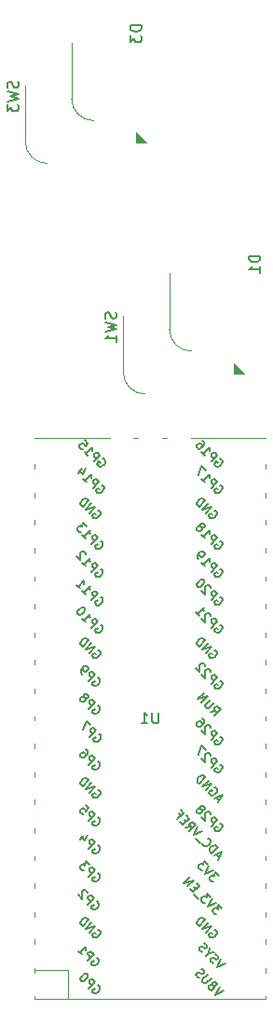
<source format=gbr>
%TF.GenerationSoftware,KiCad,Pcbnew,7.0.2-0*%
%TF.CreationDate,2023-07-09T23:01:49-07:00*%
%TF.ProjectId,thumbs-down-hw,7468756d-6273-42d6-946f-776e2d68772e,rev?*%
%TF.SameCoordinates,PX80fd3d8PY8977a68*%
%TF.FileFunction,Legend,Bot*%
%TF.FilePolarity,Positive*%
%FSLAX46Y46*%
G04 Gerber Fmt 4.6, Leading zero omitted, Abs format (unit mm)*
G04 Created by KiCad (PCBNEW 7.0.2-0) date 2023-07-09 23:01:49*
%MOMM*%
%LPD*%
G01*
G04 APERTURE LIST*
%ADD10C,0.150000*%
%ADD11C,0.100000*%
%ADD12C,0.120000*%
G04 APERTURE END LIST*
D10*
%TO.C,D1*%
X22052619Y74398095D02*
X21052619Y74398095D01*
X21052619Y74398095D02*
X21052619Y74160000D01*
X21052619Y74160000D02*
X21100238Y74017143D01*
X21100238Y74017143D02*
X21195476Y73921905D01*
X21195476Y73921905D02*
X21290714Y73874286D01*
X21290714Y73874286D02*
X21481190Y73826667D01*
X21481190Y73826667D02*
X21624047Y73826667D01*
X21624047Y73826667D02*
X21814523Y73874286D01*
X21814523Y73874286D02*
X21909761Y73921905D01*
X21909761Y73921905D02*
X22005000Y74017143D01*
X22005000Y74017143D02*
X22052619Y74160000D01*
X22052619Y74160000D02*
X22052619Y74398095D01*
X22052619Y72874286D02*
X22052619Y73445714D01*
X22052619Y73160000D02*
X21052619Y73160000D01*
X21052619Y73160000D02*
X21195476Y73255238D01*
X21195476Y73255238D02*
X21290714Y73350476D01*
X21290714Y73350476D02*
X21338333Y73445714D01*
%TO.C,SW1*%
X8925000Y69278333D02*
X8972619Y69135476D01*
X8972619Y69135476D02*
X8972619Y68897381D01*
X8972619Y68897381D02*
X8925000Y68802143D01*
X8925000Y68802143D02*
X8877380Y68754524D01*
X8877380Y68754524D02*
X8782142Y68706905D01*
X8782142Y68706905D02*
X8686904Y68706905D01*
X8686904Y68706905D02*
X8591666Y68754524D01*
X8591666Y68754524D02*
X8544047Y68802143D01*
X8544047Y68802143D02*
X8496428Y68897381D01*
X8496428Y68897381D02*
X8448809Y69087857D01*
X8448809Y69087857D02*
X8401190Y69183095D01*
X8401190Y69183095D02*
X8353571Y69230714D01*
X8353571Y69230714D02*
X8258333Y69278333D01*
X8258333Y69278333D02*
X8163095Y69278333D01*
X8163095Y69278333D02*
X8067857Y69230714D01*
X8067857Y69230714D02*
X8020238Y69183095D01*
X8020238Y69183095D02*
X7972619Y69087857D01*
X7972619Y69087857D02*
X7972619Y68849762D01*
X7972619Y68849762D02*
X8020238Y68706905D01*
X7972619Y68373571D02*
X8972619Y68135476D01*
X8972619Y68135476D02*
X8258333Y67945000D01*
X8258333Y67945000D02*
X8972619Y67754524D01*
X8972619Y67754524D02*
X7972619Y67516428D01*
X8972619Y66611667D02*
X8972619Y67183095D01*
X8972619Y66897381D02*
X7972619Y66897381D01*
X7972619Y66897381D02*
X8115476Y66992619D01*
X8115476Y66992619D02*
X8210714Y67087857D01*
X8210714Y67087857D02*
X8258333Y67183095D01*
%TO.C,D3*%
X11257619Y95353095D02*
X10257619Y95353095D01*
X10257619Y95353095D02*
X10257619Y95115000D01*
X10257619Y95115000D02*
X10305238Y94972143D01*
X10305238Y94972143D02*
X10400476Y94876905D01*
X10400476Y94876905D02*
X10495714Y94829286D01*
X10495714Y94829286D02*
X10686190Y94781667D01*
X10686190Y94781667D02*
X10829047Y94781667D01*
X10829047Y94781667D02*
X11019523Y94829286D01*
X11019523Y94829286D02*
X11114761Y94876905D01*
X11114761Y94876905D02*
X11210000Y94972143D01*
X11210000Y94972143D02*
X11257619Y95115000D01*
X11257619Y95115000D02*
X11257619Y95353095D01*
X10257619Y94448333D02*
X10257619Y93829286D01*
X10257619Y93829286D02*
X10638571Y94162619D01*
X10638571Y94162619D02*
X10638571Y94019762D01*
X10638571Y94019762D02*
X10686190Y93924524D01*
X10686190Y93924524D02*
X10733809Y93876905D01*
X10733809Y93876905D02*
X10829047Y93829286D01*
X10829047Y93829286D02*
X11067142Y93829286D01*
X11067142Y93829286D02*
X11162380Y93876905D01*
X11162380Y93876905D02*
X11210000Y93924524D01*
X11210000Y93924524D02*
X11257619Y94019762D01*
X11257619Y94019762D02*
X11257619Y94305476D01*
X11257619Y94305476D02*
X11210000Y94400714D01*
X11210000Y94400714D02*
X11162380Y94448333D01*
%TO.C,SW3*%
X35000Y90233333D02*
X82619Y90090476D01*
X82619Y90090476D02*
X82619Y89852381D01*
X82619Y89852381D02*
X35000Y89757143D01*
X35000Y89757143D02*
X-12620Y89709524D01*
X-12620Y89709524D02*
X-107858Y89661905D01*
X-107858Y89661905D02*
X-203096Y89661905D01*
X-203096Y89661905D02*
X-298334Y89709524D01*
X-298334Y89709524D02*
X-345953Y89757143D01*
X-345953Y89757143D02*
X-393572Y89852381D01*
X-393572Y89852381D02*
X-441191Y90042857D01*
X-441191Y90042857D02*
X-488810Y90138095D01*
X-488810Y90138095D02*
X-536429Y90185714D01*
X-536429Y90185714D02*
X-631667Y90233333D01*
X-631667Y90233333D02*
X-726905Y90233333D01*
X-726905Y90233333D02*
X-822143Y90185714D01*
X-822143Y90185714D02*
X-869762Y90138095D01*
X-869762Y90138095D02*
X-917381Y90042857D01*
X-917381Y90042857D02*
X-917381Y89804762D01*
X-917381Y89804762D02*
X-869762Y89661905D01*
X-917381Y89328571D02*
X82619Y89090476D01*
X82619Y89090476D02*
X-631667Y88900000D01*
X-631667Y88900000D02*
X82619Y88709524D01*
X82619Y88709524D02*
X-917381Y88471428D01*
X-917381Y88185714D02*
X-917381Y87566667D01*
X-917381Y87566667D02*
X-536429Y87900000D01*
X-536429Y87900000D02*
X-536429Y87757143D01*
X-536429Y87757143D02*
X-488810Y87661905D01*
X-488810Y87661905D02*
X-441191Y87614286D01*
X-441191Y87614286D02*
X-345953Y87566667D01*
X-345953Y87566667D02*
X-107858Y87566667D01*
X-107858Y87566667D02*
X-12620Y87614286D01*
X-12620Y87614286D02*
X35000Y87661905D01*
X35000Y87661905D02*
X82619Y87757143D01*
X82619Y87757143D02*
X82619Y88042857D01*
X82619Y88042857D02*
X35000Y88138095D01*
X35000Y88138095D02*
X-12620Y88185714D01*
%TO.C,U1*%
X12826904Y32922381D02*
X12826904Y32112858D01*
X12826904Y32112858D02*
X12779285Y32017620D01*
X12779285Y32017620D02*
X12731666Y31970000D01*
X12731666Y31970000D02*
X12636428Y31922381D01*
X12636428Y31922381D02*
X12445952Y31922381D01*
X12445952Y31922381D02*
X12350714Y31970000D01*
X12350714Y31970000D02*
X12303095Y32017620D01*
X12303095Y32017620D02*
X12255476Y32112858D01*
X12255476Y32112858D02*
X12255476Y32922381D01*
X11255476Y31922381D02*
X11826904Y31922381D01*
X11541190Y31922381D02*
X11541190Y32922381D01*
X11541190Y32922381D02*
X11636428Y32779524D01*
X11636428Y32779524D02*
X11731666Y32684286D01*
X11731666Y32684286D02*
X11826904Y32636667D01*
X18403486Y22841616D02*
X18484298Y22814679D01*
X18484298Y22814679D02*
X18565110Y22733867D01*
X18565110Y22733867D02*
X18618985Y22626117D01*
X18618985Y22626117D02*
X18618985Y22518368D01*
X18618985Y22518368D02*
X18592048Y22437555D01*
X18592048Y22437555D02*
X18511235Y22302868D01*
X18511235Y22302868D02*
X18430423Y22222056D01*
X18430423Y22222056D02*
X18295736Y22141244D01*
X18295736Y22141244D02*
X18214924Y22114307D01*
X18214924Y22114307D02*
X18107174Y22114307D01*
X18107174Y22114307D02*
X17999425Y22168181D01*
X17999425Y22168181D02*
X17945550Y22222056D01*
X17945550Y22222056D02*
X17891675Y22329806D01*
X17891675Y22329806D02*
X17891675Y22383681D01*
X17891675Y22383681D02*
X18080237Y22572242D01*
X18080237Y22572242D02*
X18187987Y22464493D01*
X17595364Y22572242D02*
X18161049Y23137928D01*
X18161049Y23137928D02*
X17945550Y23353427D01*
X17945550Y23353427D02*
X17864738Y23380364D01*
X17864738Y23380364D02*
X17810863Y23380364D01*
X17810863Y23380364D02*
X17730051Y23353427D01*
X17730051Y23353427D02*
X17649239Y23272615D01*
X17649239Y23272615D02*
X17622301Y23191803D01*
X17622301Y23191803D02*
X17622301Y23137928D01*
X17622301Y23137928D02*
X17649239Y23057116D01*
X17649239Y23057116D02*
X17864738Y22841616D01*
X17568426Y23622801D02*
X17568426Y23676676D01*
X17568426Y23676676D02*
X17541489Y23757488D01*
X17541489Y23757488D02*
X17406802Y23892175D01*
X17406802Y23892175D02*
X17325990Y23919113D01*
X17325990Y23919113D02*
X17272115Y23919113D01*
X17272115Y23919113D02*
X17191303Y23892175D01*
X17191303Y23892175D02*
X17137428Y23838300D01*
X17137428Y23838300D02*
X17083553Y23730551D01*
X17083553Y23730551D02*
X17083553Y23084053D01*
X17083553Y23084053D02*
X16733367Y23434239D01*
X16733367Y24080737D02*
X16814179Y24053800D01*
X16814179Y24053800D02*
X16868054Y24053800D01*
X16868054Y24053800D02*
X16948866Y24080737D01*
X16948866Y24080737D02*
X16975803Y24107674D01*
X16975803Y24107674D02*
X17002741Y24188487D01*
X17002741Y24188487D02*
X17002741Y24242362D01*
X17002741Y24242362D02*
X16975803Y24323174D01*
X16975803Y24323174D02*
X16868054Y24430923D01*
X16868054Y24430923D02*
X16787242Y24457861D01*
X16787242Y24457861D02*
X16733367Y24457861D01*
X16733367Y24457861D02*
X16652555Y24430923D01*
X16652555Y24430923D02*
X16625617Y24403986D01*
X16625617Y24403986D02*
X16598680Y24323174D01*
X16598680Y24323174D02*
X16598680Y24269299D01*
X16598680Y24269299D02*
X16625617Y24188487D01*
X16625617Y24188487D02*
X16733367Y24080737D01*
X16733367Y24080737D02*
X16760304Y23999925D01*
X16760304Y23999925D02*
X16760304Y23946050D01*
X16760304Y23946050D02*
X16733367Y23865238D01*
X16733367Y23865238D02*
X16625617Y23757488D01*
X16625617Y23757488D02*
X16544805Y23730551D01*
X16544805Y23730551D02*
X16490930Y23730551D01*
X16490930Y23730551D02*
X16410118Y23757488D01*
X16410118Y23757488D02*
X16302368Y23865238D01*
X16302368Y23865238D02*
X16275431Y23946050D01*
X16275431Y23946050D02*
X16275431Y23999925D01*
X16275431Y23999925D02*
X16302368Y24080737D01*
X16302368Y24080737D02*
X16410118Y24188487D01*
X16410118Y24188487D02*
X16490930Y24215424D01*
X16490930Y24215424D02*
X16544805Y24215424D01*
X16544805Y24215424D02*
X16625617Y24188487D01*
X7285111Y28447991D02*
X7365924Y28421054D01*
X7365924Y28421054D02*
X7446736Y28340241D01*
X7446736Y28340241D02*
X7500611Y28232492D01*
X7500611Y28232492D02*
X7500611Y28124742D01*
X7500611Y28124742D02*
X7473673Y28043930D01*
X7473673Y28043930D02*
X7392861Y27909243D01*
X7392861Y27909243D02*
X7312049Y27828431D01*
X7312049Y27828431D02*
X7177362Y27747618D01*
X7177362Y27747618D02*
X7096550Y27720681D01*
X7096550Y27720681D02*
X6988800Y27720681D01*
X6988800Y27720681D02*
X6881050Y27774556D01*
X6881050Y27774556D02*
X6827176Y27828431D01*
X6827176Y27828431D02*
X6773301Y27936180D01*
X6773301Y27936180D02*
X6773301Y27990055D01*
X6773301Y27990055D02*
X6961863Y28178617D01*
X6961863Y28178617D02*
X7069612Y28070867D01*
X6476989Y28178617D02*
X7042675Y28744302D01*
X7042675Y28744302D02*
X6827176Y28959802D01*
X6827176Y28959802D02*
X6746363Y28986739D01*
X6746363Y28986739D02*
X6692489Y28986739D01*
X6692489Y28986739D02*
X6611676Y28959802D01*
X6611676Y28959802D02*
X6530864Y28878989D01*
X6530864Y28878989D02*
X6503927Y28798177D01*
X6503927Y28798177D02*
X6503927Y28744302D01*
X6503927Y28744302D02*
X6530864Y28663490D01*
X6530864Y28663490D02*
X6746363Y28447991D01*
X6234553Y29552424D02*
X6342302Y29444675D01*
X6342302Y29444675D02*
X6369240Y29363863D01*
X6369240Y29363863D02*
X6369240Y29309988D01*
X6369240Y29309988D02*
X6342302Y29175301D01*
X6342302Y29175301D02*
X6261490Y29040614D01*
X6261490Y29040614D02*
X6045991Y28825115D01*
X6045991Y28825115D02*
X5965179Y28798177D01*
X5965179Y28798177D02*
X5911304Y28798177D01*
X5911304Y28798177D02*
X5830492Y28825115D01*
X5830492Y28825115D02*
X5722742Y28932864D01*
X5722742Y28932864D02*
X5695805Y29013676D01*
X5695805Y29013676D02*
X5695805Y29067551D01*
X5695805Y29067551D02*
X5722742Y29148363D01*
X5722742Y29148363D02*
X5857429Y29283050D01*
X5857429Y29283050D02*
X5938241Y29309988D01*
X5938241Y29309988D02*
X5992116Y29309988D01*
X5992116Y29309988D02*
X6072928Y29283050D01*
X6072928Y29283050D02*
X6180678Y29175301D01*
X6180678Y29175301D02*
X6207615Y29094489D01*
X6207615Y29094489D02*
X6207615Y29040614D01*
X6207615Y29040614D02*
X6180678Y28959802D01*
X18403486Y40885616D02*
X18484298Y40858679D01*
X18484298Y40858679D02*
X18565110Y40777867D01*
X18565110Y40777867D02*
X18618985Y40670117D01*
X18618985Y40670117D02*
X18618985Y40562368D01*
X18618985Y40562368D02*
X18592048Y40481555D01*
X18592048Y40481555D02*
X18511235Y40346868D01*
X18511235Y40346868D02*
X18430423Y40266056D01*
X18430423Y40266056D02*
X18295736Y40185244D01*
X18295736Y40185244D02*
X18214924Y40158307D01*
X18214924Y40158307D02*
X18107174Y40158307D01*
X18107174Y40158307D02*
X17999425Y40212181D01*
X17999425Y40212181D02*
X17945550Y40266056D01*
X17945550Y40266056D02*
X17891675Y40373806D01*
X17891675Y40373806D02*
X17891675Y40427681D01*
X17891675Y40427681D02*
X18080237Y40616242D01*
X18080237Y40616242D02*
X18187987Y40508493D01*
X17595364Y40616242D02*
X18161049Y41181928D01*
X18161049Y41181928D02*
X17945550Y41397427D01*
X17945550Y41397427D02*
X17864738Y41424364D01*
X17864738Y41424364D02*
X17810863Y41424364D01*
X17810863Y41424364D02*
X17730051Y41397427D01*
X17730051Y41397427D02*
X17649239Y41316615D01*
X17649239Y41316615D02*
X17622301Y41235803D01*
X17622301Y41235803D02*
X17622301Y41181928D01*
X17622301Y41181928D02*
X17649239Y41101116D01*
X17649239Y41101116D02*
X17864738Y40885616D01*
X17568426Y41666801D02*
X17568426Y41720676D01*
X17568426Y41720676D02*
X17541489Y41801488D01*
X17541489Y41801488D02*
X17406802Y41936175D01*
X17406802Y41936175D02*
X17325990Y41963113D01*
X17325990Y41963113D02*
X17272115Y41963113D01*
X17272115Y41963113D02*
X17191303Y41936175D01*
X17191303Y41936175D02*
X17137428Y41882300D01*
X17137428Y41882300D02*
X17083553Y41774551D01*
X17083553Y41774551D02*
X17083553Y41128053D01*
X17083553Y41128053D02*
X16733367Y41478239D01*
X16194619Y42016987D02*
X16517868Y41693739D01*
X16356243Y41855363D02*
X16921929Y42421049D01*
X16921929Y42421049D02*
X16894991Y42286362D01*
X16894991Y42286362D02*
X16894991Y42178612D01*
X16894991Y42178612D02*
X16921929Y42097800D01*
X18403486Y28185616D02*
X18484298Y28158679D01*
X18484298Y28158679D02*
X18565110Y28077867D01*
X18565110Y28077867D02*
X18618985Y27970117D01*
X18618985Y27970117D02*
X18618985Y27862368D01*
X18618985Y27862368D02*
X18592048Y27781555D01*
X18592048Y27781555D02*
X18511235Y27646868D01*
X18511235Y27646868D02*
X18430423Y27566056D01*
X18430423Y27566056D02*
X18295736Y27485244D01*
X18295736Y27485244D02*
X18214924Y27458307D01*
X18214924Y27458307D02*
X18107174Y27458307D01*
X18107174Y27458307D02*
X17999425Y27512181D01*
X17999425Y27512181D02*
X17945550Y27566056D01*
X17945550Y27566056D02*
X17891675Y27673806D01*
X17891675Y27673806D02*
X17891675Y27727681D01*
X17891675Y27727681D02*
X18080237Y27916242D01*
X18080237Y27916242D02*
X18187987Y27808493D01*
X17595364Y27916242D02*
X18161049Y28481928D01*
X18161049Y28481928D02*
X17945550Y28697427D01*
X17945550Y28697427D02*
X17864738Y28724364D01*
X17864738Y28724364D02*
X17810863Y28724364D01*
X17810863Y28724364D02*
X17730051Y28697427D01*
X17730051Y28697427D02*
X17649239Y28616615D01*
X17649239Y28616615D02*
X17622301Y28535803D01*
X17622301Y28535803D02*
X17622301Y28481928D01*
X17622301Y28481928D02*
X17649239Y28401116D01*
X17649239Y28401116D02*
X17864738Y28185616D01*
X17568426Y28966801D02*
X17568426Y29020676D01*
X17568426Y29020676D02*
X17541489Y29101488D01*
X17541489Y29101488D02*
X17406802Y29236175D01*
X17406802Y29236175D02*
X17325990Y29263113D01*
X17325990Y29263113D02*
X17272115Y29263113D01*
X17272115Y29263113D02*
X17191303Y29236175D01*
X17191303Y29236175D02*
X17137428Y29182300D01*
X17137428Y29182300D02*
X17083553Y29074551D01*
X17083553Y29074551D02*
X17083553Y28428053D01*
X17083553Y28428053D02*
X16733367Y28778239D01*
X17110490Y29532487D02*
X16733367Y29909610D01*
X16733367Y29909610D02*
X16410118Y29101488D01*
X7285111Y8127991D02*
X7365924Y8101054D01*
X7365924Y8101054D02*
X7446736Y8020241D01*
X7446736Y8020241D02*
X7500611Y7912492D01*
X7500611Y7912492D02*
X7500611Y7804742D01*
X7500611Y7804742D02*
X7473673Y7723930D01*
X7473673Y7723930D02*
X7392861Y7589243D01*
X7392861Y7589243D02*
X7312049Y7508431D01*
X7312049Y7508431D02*
X7177362Y7427618D01*
X7177362Y7427618D02*
X7096550Y7400681D01*
X7096550Y7400681D02*
X6988800Y7400681D01*
X6988800Y7400681D02*
X6881050Y7454556D01*
X6881050Y7454556D02*
X6827176Y7508431D01*
X6827176Y7508431D02*
X6773301Y7616180D01*
X6773301Y7616180D02*
X6773301Y7670055D01*
X6773301Y7670055D02*
X6961863Y7858617D01*
X6961863Y7858617D02*
X7069612Y7750867D01*
X6476989Y7858617D02*
X7042675Y8424302D01*
X7042675Y8424302D02*
X6827176Y8639802D01*
X6827176Y8639802D02*
X6746363Y8666739D01*
X6746363Y8666739D02*
X6692489Y8666739D01*
X6692489Y8666739D02*
X6611676Y8639802D01*
X6611676Y8639802D02*
X6530864Y8558989D01*
X6530864Y8558989D02*
X6503927Y8478177D01*
X6503927Y8478177D02*
X6503927Y8424302D01*
X6503927Y8424302D02*
X6530864Y8343490D01*
X6530864Y8343490D02*
X6746363Y8127991D01*
X6369240Y9097737D02*
X6315365Y9151612D01*
X6315365Y9151612D02*
X6234553Y9178550D01*
X6234553Y9178550D02*
X6180678Y9178550D01*
X6180678Y9178550D02*
X6099866Y9151612D01*
X6099866Y9151612D02*
X5965179Y9070800D01*
X5965179Y9070800D02*
X5830492Y8936113D01*
X5830492Y8936113D02*
X5749680Y8801426D01*
X5749680Y8801426D02*
X5722742Y8720614D01*
X5722742Y8720614D02*
X5722742Y8666739D01*
X5722742Y8666739D02*
X5749680Y8585927D01*
X5749680Y8585927D02*
X5803554Y8532052D01*
X5803554Y8532052D02*
X5884367Y8505115D01*
X5884367Y8505115D02*
X5938241Y8505115D01*
X5938241Y8505115D02*
X6019054Y8532052D01*
X6019054Y8532052D02*
X6153741Y8612864D01*
X6153741Y8612864D02*
X6288428Y8747551D01*
X6288428Y8747551D02*
X6369240Y8882238D01*
X6369240Y8882238D02*
X6396177Y8963050D01*
X6396177Y8963050D02*
X6396177Y9016925D01*
X6396177Y9016925D02*
X6369240Y9097737D01*
X18740078Y7648899D02*
X17985831Y7271776D01*
X17985831Y7271776D02*
X18362954Y8026023D01*
X17716457Y8133772D02*
X17608707Y8187647D01*
X17608707Y8187647D02*
X17554832Y8187647D01*
X17554832Y8187647D02*
X17474020Y8160710D01*
X17474020Y8160710D02*
X17393208Y8079897D01*
X17393208Y8079897D02*
X17366271Y7999085D01*
X17366271Y7999085D02*
X17366271Y7945210D01*
X17366271Y7945210D02*
X17393208Y7864398D01*
X17393208Y7864398D02*
X17608707Y7648899D01*
X17608707Y7648899D02*
X18174393Y8214584D01*
X18174393Y8214584D02*
X17985831Y8403146D01*
X17985831Y8403146D02*
X17905019Y8430084D01*
X17905019Y8430084D02*
X17851144Y8430084D01*
X17851144Y8430084D02*
X17770332Y8403146D01*
X17770332Y8403146D02*
X17716457Y8349271D01*
X17716457Y8349271D02*
X17689519Y8268459D01*
X17689519Y8268459D02*
X17689519Y8214584D01*
X17689519Y8214584D02*
X17716457Y8133772D01*
X17716457Y8133772D02*
X17905019Y7945210D01*
X17608707Y8780270D02*
X17150771Y8322334D01*
X17150771Y8322334D02*
X17069959Y8295397D01*
X17069959Y8295397D02*
X17016084Y8295397D01*
X17016084Y8295397D02*
X16935272Y8322334D01*
X16935272Y8322334D02*
X16827523Y8430084D01*
X16827523Y8430084D02*
X16800585Y8510896D01*
X16800585Y8510896D02*
X16800585Y8564771D01*
X16800585Y8564771D02*
X16827523Y8645583D01*
X16827523Y8645583D02*
X17285458Y9103519D01*
X16504274Y8807207D02*
X16396524Y8861082D01*
X16396524Y8861082D02*
X16261837Y8995769D01*
X16261837Y8995769D02*
X16234900Y9076581D01*
X16234900Y9076581D02*
X16234900Y9130456D01*
X16234900Y9130456D02*
X16261837Y9211268D01*
X16261837Y9211268D02*
X16315712Y9265143D01*
X16315712Y9265143D02*
X16396524Y9292080D01*
X16396524Y9292080D02*
X16450399Y9292080D01*
X16450399Y9292080D02*
X16531211Y9265143D01*
X16531211Y9265143D02*
X16665898Y9184331D01*
X16665898Y9184331D02*
X16746711Y9157393D01*
X16746711Y9157393D02*
X16800585Y9157393D01*
X16800585Y9157393D02*
X16881398Y9184331D01*
X16881398Y9184331D02*
X16935272Y9238206D01*
X16935272Y9238206D02*
X16962210Y9319018D01*
X16962210Y9319018D02*
X16962210Y9372893D01*
X16962210Y9372893D02*
X16935272Y9453705D01*
X16935272Y9453705D02*
X16800585Y9588392D01*
X16800585Y9588392D02*
X16692836Y9642267D01*
X7385111Y30957991D02*
X7465924Y30931054D01*
X7465924Y30931054D02*
X7546736Y30850241D01*
X7546736Y30850241D02*
X7600611Y30742492D01*
X7600611Y30742492D02*
X7600611Y30634742D01*
X7600611Y30634742D02*
X7573673Y30553930D01*
X7573673Y30553930D02*
X7492861Y30419243D01*
X7492861Y30419243D02*
X7412049Y30338431D01*
X7412049Y30338431D02*
X7277362Y30257618D01*
X7277362Y30257618D02*
X7196550Y30230681D01*
X7196550Y30230681D02*
X7088800Y30230681D01*
X7088800Y30230681D02*
X6981050Y30284556D01*
X6981050Y30284556D02*
X6927176Y30338431D01*
X6927176Y30338431D02*
X6873301Y30446180D01*
X6873301Y30446180D02*
X6873301Y30500055D01*
X6873301Y30500055D02*
X7061863Y30688617D01*
X7061863Y30688617D02*
X7169612Y30580867D01*
X6576989Y30688617D02*
X7142675Y31254302D01*
X7142675Y31254302D02*
X6927176Y31469802D01*
X6927176Y31469802D02*
X6846363Y31496739D01*
X6846363Y31496739D02*
X6792489Y31496739D01*
X6792489Y31496739D02*
X6711676Y31469802D01*
X6711676Y31469802D02*
X6630864Y31388989D01*
X6630864Y31388989D02*
X6603927Y31308177D01*
X6603927Y31308177D02*
X6603927Y31254302D01*
X6603927Y31254302D02*
X6630864Y31173490D01*
X6630864Y31173490D02*
X6846363Y30957991D01*
X6630864Y31766113D02*
X6253741Y32143237D01*
X6253741Y32143237D02*
X5930492Y31335115D01*
X7185111Y15747991D02*
X7265924Y15721054D01*
X7265924Y15721054D02*
X7346736Y15640241D01*
X7346736Y15640241D02*
X7400611Y15532492D01*
X7400611Y15532492D02*
X7400611Y15424742D01*
X7400611Y15424742D02*
X7373673Y15343930D01*
X7373673Y15343930D02*
X7292861Y15209243D01*
X7292861Y15209243D02*
X7212049Y15128431D01*
X7212049Y15128431D02*
X7077362Y15047618D01*
X7077362Y15047618D02*
X6996550Y15020681D01*
X6996550Y15020681D02*
X6888800Y15020681D01*
X6888800Y15020681D02*
X6781050Y15074556D01*
X6781050Y15074556D02*
X6727176Y15128431D01*
X6727176Y15128431D02*
X6673301Y15236180D01*
X6673301Y15236180D02*
X6673301Y15290055D01*
X6673301Y15290055D02*
X6861863Y15478617D01*
X6861863Y15478617D02*
X6969612Y15370867D01*
X6376989Y15478617D02*
X6942675Y16044302D01*
X6942675Y16044302D02*
X6727176Y16259802D01*
X6727176Y16259802D02*
X6646363Y16286739D01*
X6646363Y16286739D02*
X6592489Y16286739D01*
X6592489Y16286739D02*
X6511676Y16259802D01*
X6511676Y16259802D02*
X6430864Y16178989D01*
X6430864Y16178989D02*
X6403927Y16098177D01*
X6403927Y16098177D02*
X6403927Y16044302D01*
X6403927Y16044302D02*
X6430864Y15963490D01*
X6430864Y15963490D02*
X6646363Y15747991D01*
X6350052Y16529176D02*
X6350052Y16583050D01*
X6350052Y16583050D02*
X6323115Y16663863D01*
X6323115Y16663863D02*
X6188428Y16798550D01*
X6188428Y16798550D02*
X6107615Y16825487D01*
X6107615Y16825487D02*
X6053741Y16825487D01*
X6053741Y16825487D02*
X5972928Y16798550D01*
X5972928Y16798550D02*
X5919054Y16744675D01*
X5919054Y16744675D02*
X5865179Y16636925D01*
X5865179Y16636925D02*
X5865179Y15990428D01*
X5865179Y15990428D02*
X5514993Y16340614D01*
X18571076Y15117901D02*
X18220890Y15468087D01*
X18220890Y15468087D02*
X18193953Y15064026D01*
X18193953Y15064026D02*
X18113140Y15144838D01*
X18113140Y15144838D02*
X18032328Y15171776D01*
X18032328Y15171776D02*
X17978453Y15171776D01*
X17978453Y15171776D02*
X17897641Y15144838D01*
X17897641Y15144838D02*
X17762954Y15010151D01*
X17762954Y15010151D02*
X17736017Y14929339D01*
X17736017Y14929339D02*
X17736017Y14875464D01*
X17736017Y14875464D02*
X17762954Y14794652D01*
X17762954Y14794652D02*
X17924579Y14633028D01*
X17924579Y14633028D02*
X18005391Y14606090D01*
X18005391Y14606090D02*
X18059266Y14606090D01*
X18059266Y15629712D02*
X17305018Y15252588D01*
X17305018Y15252588D02*
X17682142Y16006835D01*
X17547455Y16141522D02*
X17197269Y16491708D01*
X17197269Y16491708D02*
X17170331Y16087647D01*
X17170331Y16087647D02*
X17089519Y16168459D01*
X17089519Y16168459D02*
X17008707Y16195397D01*
X17008707Y16195397D02*
X16954832Y16195397D01*
X16954832Y16195397D02*
X16874020Y16168459D01*
X16874020Y16168459D02*
X16739333Y16033772D01*
X16739333Y16033772D02*
X16712396Y15952960D01*
X16712396Y15952960D02*
X16712396Y15899085D01*
X16712396Y15899085D02*
X16739333Y15818273D01*
X16739333Y15818273D02*
X16900957Y15656649D01*
X16900957Y15656649D02*
X16981770Y15629711D01*
X16981770Y15629711D02*
X17035644Y15629711D01*
X16469959Y15979898D02*
X16038960Y16410896D01*
X16254460Y16895770D02*
X16065898Y17084331D01*
X15688774Y16868832D02*
X15958148Y16599458D01*
X15958148Y16599458D02*
X16523834Y17165144D01*
X16523834Y17165144D02*
X16254460Y17434518D01*
X15446337Y17111269D02*
X16012023Y17676955D01*
X16012023Y17676955D02*
X15123088Y17434518D01*
X15123088Y17434518D02*
X15688774Y18000203D01*
X18872734Y10126243D02*
X18118487Y9749119D01*
X18118487Y9749119D02*
X18495611Y10503366D01*
X17795239Y10126242D02*
X17687489Y10180117D01*
X17687489Y10180117D02*
X17552802Y10314804D01*
X17552802Y10314804D02*
X17525865Y10395616D01*
X17525865Y10395616D02*
X17525865Y10449491D01*
X17525865Y10449491D02*
X17552802Y10530303D01*
X17552802Y10530303D02*
X17606677Y10584178D01*
X17606677Y10584178D02*
X17687489Y10611116D01*
X17687489Y10611116D02*
X17741364Y10611116D01*
X17741364Y10611116D02*
X17822176Y10584178D01*
X17822176Y10584178D02*
X17956863Y10503366D01*
X17956863Y10503366D02*
X18037675Y10476429D01*
X18037675Y10476429D02*
X18091550Y10476429D01*
X18091550Y10476429D02*
X18172362Y10503366D01*
X18172362Y10503366D02*
X18226237Y10557241D01*
X18226237Y10557241D02*
X18253174Y10638053D01*
X18253174Y10638053D02*
X18253174Y10691928D01*
X18253174Y10691928D02*
X18226237Y10772740D01*
X18226237Y10772740D02*
X18091550Y10907427D01*
X18091550Y10907427D02*
X17983800Y10961302D01*
X17364240Y11042114D02*
X17094866Y10772740D01*
X17849113Y11149864D02*
X17364240Y11042114D01*
X17364240Y11042114D02*
X17471990Y11526987D01*
X16771617Y11149864D02*
X16663868Y11203738D01*
X16663868Y11203738D02*
X16529181Y11338425D01*
X16529181Y11338425D02*
X16502243Y11419238D01*
X16502243Y11419238D02*
X16502243Y11473112D01*
X16502243Y11473112D02*
X16529181Y11553925D01*
X16529181Y11553925D02*
X16583056Y11607799D01*
X16583056Y11607799D02*
X16663868Y11634737D01*
X16663868Y11634737D02*
X16717743Y11634737D01*
X16717743Y11634737D02*
X16798555Y11607799D01*
X16798555Y11607799D02*
X16933242Y11526987D01*
X16933242Y11526987D02*
X17014054Y11500050D01*
X17014054Y11500050D02*
X17067929Y11500050D01*
X17067929Y11500050D02*
X17148741Y11526987D01*
X17148741Y11526987D02*
X17202616Y11580862D01*
X17202616Y11580862D02*
X17229553Y11661674D01*
X17229553Y11661674D02*
X17229553Y11715549D01*
X17229553Y11715549D02*
X17202616Y11796361D01*
X17202616Y11796361D02*
X17067929Y11931048D01*
X17067929Y11931048D02*
X16960179Y11984923D01*
X17907049Y13178054D02*
X17987861Y13151116D01*
X17987861Y13151116D02*
X18068673Y13070304D01*
X18068673Y13070304D02*
X18122548Y12962554D01*
X18122548Y12962554D02*
X18122548Y12854805D01*
X18122548Y12854805D02*
X18095610Y12773993D01*
X18095610Y12773993D02*
X18014798Y12639306D01*
X18014798Y12639306D02*
X17933986Y12558493D01*
X17933986Y12558493D02*
X17799299Y12477681D01*
X17799299Y12477681D02*
X17718487Y12450744D01*
X17718487Y12450744D02*
X17610737Y12450744D01*
X17610737Y12450744D02*
X17502988Y12504619D01*
X17502988Y12504619D02*
X17449113Y12558493D01*
X17449113Y12558493D02*
X17395238Y12666243D01*
X17395238Y12666243D02*
X17395238Y12720118D01*
X17395238Y12720118D02*
X17583800Y12908680D01*
X17583800Y12908680D02*
X17691549Y12800930D01*
X17098927Y12908680D02*
X17664612Y13474365D01*
X17664612Y13474365D02*
X16775678Y13231928D01*
X16775678Y13231928D02*
X17341363Y13797614D01*
X16506304Y13501302D02*
X17071989Y14066988D01*
X17071989Y14066988D02*
X16937302Y14201675D01*
X16937302Y14201675D02*
X16829553Y14255550D01*
X16829553Y14255550D02*
X16721803Y14255550D01*
X16721803Y14255550D02*
X16640991Y14228612D01*
X16640991Y14228612D02*
X16506304Y14147800D01*
X16506304Y14147800D02*
X16425492Y14066988D01*
X16425492Y14066988D02*
X16344680Y13932301D01*
X16344680Y13932301D02*
X16317742Y13851489D01*
X16317742Y13851489D02*
X16317742Y13743739D01*
X16317742Y13743739D02*
X16371617Y13635989D01*
X16371617Y13635989D02*
X16506304Y13501302D01*
X7554486Y40878616D02*
X7635298Y40851679D01*
X7635298Y40851679D02*
X7716110Y40770867D01*
X7716110Y40770867D02*
X7769985Y40663117D01*
X7769985Y40663117D02*
X7769985Y40555368D01*
X7769985Y40555368D02*
X7743048Y40474555D01*
X7743048Y40474555D02*
X7662235Y40339868D01*
X7662235Y40339868D02*
X7581423Y40259056D01*
X7581423Y40259056D02*
X7446736Y40178244D01*
X7446736Y40178244D02*
X7365924Y40151307D01*
X7365924Y40151307D02*
X7258174Y40151307D01*
X7258174Y40151307D02*
X7150425Y40205181D01*
X7150425Y40205181D02*
X7096550Y40259056D01*
X7096550Y40259056D02*
X7042675Y40366806D01*
X7042675Y40366806D02*
X7042675Y40420681D01*
X7042675Y40420681D02*
X7231237Y40609242D01*
X7231237Y40609242D02*
X7338987Y40501493D01*
X6746364Y40609242D02*
X7312049Y41174928D01*
X7312049Y41174928D02*
X7096550Y41390427D01*
X7096550Y41390427D02*
X7015738Y41417364D01*
X7015738Y41417364D02*
X6961863Y41417364D01*
X6961863Y41417364D02*
X6881051Y41390427D01*
X6881051Y41390427D02*
X6800239Y41309615D01*
X6800239Y41309615D02*
X6773301Y41228803D01*
X6773301Y41228803D02*
X6773301Y41174928D01*
X6773301Y41174928D02*
X6800239Y41094116D01*
X6800239Y41094116D02*
X7015738Y40878616D01*
X5884367Y41471239D02*
X6207616Y41147990D01*
X6045991Y41309615D02*
X6611677Y41875300D01*
X6611677Y41875300D02*
X6584739Y41740613D01*
X6584739Y41740613D02*
X6584739Y41632864D01*
X6584739Y41632864D02*
X6611677Y41552052D01*
X6099866Y42387111D02*
X6045991Y42440986D01*
X6045991Y42440986D02*
X5965179Y42467923D01*
X5965179Y42467923D02*
X5911304Y42467923D01*
X5911304Y42467923D02*
X5830492Y42440986D01*
X5830492Y42440986D02*
X5695805Y42360174D01*
X5695805Y42360174D02*
X5561118Y42225487D01*
X5561118Y42225487D02*
X5480306Y42090800D01*
X5480306Y42090800D02*
X5453368Y42009987D01*
X5453368Y42009987D02*
X5453368Y41956113D01*
X5453368Y41956113D02*
X5480306Y41875300D01*
X5480306Y41875300D02*
X5534181Y41821426D01*
X5534181Y41821426D02*
X5614993Y41794488D01*
X5614993Y41794488D02*
X5668868Y41794488D01*
X5668868Y41794488D02*
X5749680Y41821426D01*
X5749680Y41821426D02*
X5884367Y41902238D01*
X5884367Y41902238D02*
X6019054Y42036925D01*
X6019054Y42036925D02*
X6099866Y42171612D01*
X6099866Y42171612D02*
X6126803Y42252424D01*
X6126803Y42252424D02*
X6126803Y42306299D01*
X6126803Y42306299D02*
X6099866Y42387111D01*
X7185111Y10657991D02*
X7265924Y10631054D01*
X7265924Y10631054D02*
X7346736Y10550241D01*
X7346736Y10550241D02*
X7400611Y10442492D01*
X7400611Y10442492D02*
X7400611Y10334742D01*
X7400611Y10334742D02*
X7373673Y10253930D01*
X7373673Y10253930D02*
X7292861Y10119243D01*
X7292861Y10119243D02*
X7212049Y10038431D01*
X7212049Y10038431D02*
X7077362Y9957618D01*
X7077362Y9957618D02*
X6996550Y9930681D01*
X6996550Y9930681D02*
X6888800Y9930681D01*
X6888800Y9930681D02*
X6781050Y9984556D01*
X6781050Y9984556D02*
X6727176Y10038431D01*
X6727176Y10038431D02*
X6673301Y10146180D01*
X6673301Y10146180D02*
X6673301Y10200055D01*
X6673301Y10200055D02*
X6861863Y10388617D01*
X6861863Y10388617D02*
X6969612Y10280867D01*
X6376989Y10388617D02*
X6942675Y10954302D01*
X6942675Y10954302D02*
X6727176Y11169802D01*
X6727176Y11169802D02*
X6646363Y11196739D01*
X6646363Y11196739D02*
X6592489Y11196739D01*
X6592489Y11196739D02*
X6511676Y11169802D01*
X6511676Y11169802D02*
X6430864Y11088989D01*
X6430864Y11088989D02*
X6403927Y11008177D01*
X6403927Y11008177D02*
X6403927Y10954302D01*
X6403927Y10954302D02*
X6430864Y10873490D01*
X6430864Y10873490D02*
X6646363Y10657991D01*
X5514993Y11250614D02*
X5838241Y10927365D01*
X5676617Y11088989D02*
X6242302Y11654675D01*
X6242302Y11654675D02*
X6215365Y11519988D01*
X6215365Y11519988D02*
X6215365Y11412238D01*
X6215365Y11412238D02*
X6242302Y11331426D01*
X18403486Y48495616D02*
X18484298Y48468679D01*
X18484298Y48468679D02*
X18565110Y48387867D01*
X18565110Y48387867D02*
X18618985Y48280117D01*
X18618985Y48280117D02*
X18618985Y48172368D01*
X18618985Y48172368D02*
X18592048Y48091555D01*
X18592048Y48091555D02*
X18511235Y47956868D01*
X18511235Y47956868D02*
X18430423Y47876056D01*
X18430423Y47876056D02*
X18295736Y47795244D01*
X18295736Y47795244D02*
X18214924Y47768307D01*
X18214924Y47768307D02*
X18107174Y47768307D01*
X18107174Y47768307D02*
X17999425Y47822181D01*
X17999425Y47822181D02*
X17945550Y47876056D01*
X17945550Y47876056D02*
X17891675Y47983806D01*
X17891675Y47983806D02*
X17891675Y48037681D01*
X17891675Y48037681D02*
X18080237Y48226242D01*
X18080237Y48226242D02*
X18187987Y48118493D01*
X17595364Y48226242D02*
X18161049Y48791928D01*
X18161049Y48791928D02*
X17945550Y49007427D01*
X17945550Y49007427D02*
X17864738Y49034364D01*
X17864738Y49034364D02*
X17810863Y49034364D01*
X17810863Y49034364D02*
X17730051Y49007427D01*
X17730051Y49007427D02*
X17649239Y48926615D01*
X17649239Y48926615D02*
X17622301Y48845803D01*
X17622301Y48845803D02*
X17622301Y48791928D01*
X17622301Y48791928D02*
X17649239Y48711116D01*
X17649239Y48711116D02*
X17864738Y48495616D01*
X16733367Y49088239D02*
X17056616Y48764990D01*
X16894991Y48926615D02*
X17460677Y49492300D01*
X17460677Y49492300D02*
X17433739Y49357613D01*
X17433739Y49357613D02*
X17433739Y49249864D01*
X17433739Y49249864D02*
X17460677Y49169052D01*
X16733367Y49734737D02*
X16814179Y49707800D01*
X16814179Y49707800D02*
X16868054Y49707800D01*
X16868054Y49707800D02*
X16948866Y49734737D01*
X16948866Y49734737D02*
X16975803Y49761674D01*
X16975803Y49761674D02*
X17002741Y49842487D01*
X17002741Y49842487D02*
X17002741Y49896362D01*
X17002741Y49896362D02*
X16975803Y49977174D01*
X16975803Y49977174D02*
X16868054Y50084923D01*
X16868054Y50084923D02*
X16787242Y50111861D01*
X16787242Y50111861D02*
X16733367Y50111861D01*
X16733367Y50111861D02*
X16652555Y50084923D01*
X16652555Y50084923D02*
X16625617Y50057986D01*
X16625617Y50057986D02*
X16598680Y49977174D01*
X16598680Y49977174D02*
X16598680Y49923299D01*
X16598680Y49923299D02*
X16625617Y49842487D01*
X16625617Y49842487D02*
X16733367Y49734737D01*
X16733367Y49734737D02*
X16760304Y49653925D01*
X16760304Y49653925D02*
X16760304Y49600050D01*
X16760304Y49600050D02*
X16733367Y49519238D01*
X16733367Y49519238D02*
X16625617Y49411488D01*
X16625617Y49411488D02*
X16544805Y49384551D01*
X16544805Y49384551D02*
X16490930Y49384551D01*
X16490930Y49384551D02*
X16410118Y49411488D01*
X16410118Y49411488D02*
X16302368Y49519238D01*
X16302368Y49519238D02*
X16275431Y49600050D01*
X16275431Y49600050D02*
X16275431Y49653925D01*
X16275431Y49653925D02*
X16302368Y49734737D01*
X16302368Y49734737D02*
X16410118Y49842487D01*
X16410118Y49842487D02*
X16490930Y49869424D01*
X16490930Y49869424D02*
X16544805Y49869424D01*
X16544805Y49869424D02*
X16625617Y49842487D01*
X7285111Y18287991D02*
X7365924Y18261054D01*
X7365924Y18261054D02*
X7446736Y18180241D01*
X7446736Y18180241D02*
X7500611Y18072492D01*
X7500611Y18072492D02*
X7500611Y17964742D01*
X7500611Y17964742D02*
X7473673Y17883930D01*
X7473673Y17883930D02*
X7392861Y17749243D01*
X7392861Y17749243D02*
X7312049Y17668431D01*
X7312049Y17668431D02*
X7177362Y17587618D01*
X7177362Y17587618D02*
X7096550Y17560681D01*
X7096550Y17560681D02*
X6988800Y17560681D01*
X6988800Y17560681D02*
X6881050Y17614556D01*
X6881050Y17614556D02*
X6827176Y17668431D01*
X6827176Y17668431D02*
X6773301Y17776180D01*
X6773301Y17776180D02*
X6773301Y17830055D01*
X6773301Y17830055D02*
X6961863Y18018617D01*
X6961863Y18018617D02*
X7069612Y17910867D01*
X6476989Y18018617D02*
X7042675Y18584302D01*
X7042675Y18584302D02*
X6827176Y18799802D01*
X6827176Y18799802D02*
X6746363Y18826739D01*
X6746363Y18826739D02*
X6692489Y18826739D01*
X6692489Y18826739D02*
X6611676Y18799802D01*
X6611676Y18799802D02*
X6530864Y18718989D01*
X6530864Y18718989D02*
X6503927Y18638177D01*
X6503927Y18638177D02*
X6503927Y18584302D01*
X6503927Y18584302D02*
X6530864Y18503490D01*
X6530864Y18503490D02*
X6746363Y18287991D01*
X6530864Y19096113D02*
X6180678Y19446299D01*
X6180678Y19446299D02*
X6153741Y19042238D01*
X6153741Y19042238D02*
X6072928Y19123050D01*
X6072928Y19123050D02*
X5992116Y19149988D01*
X5992116Y19149988D02*
X5938241Y19149988D01*
X5938241Y19149988D02*
X5857429Y19123050D01*
X5857429Y19123050D02*
X5722742Y18988363D01*
X5722742Y18988363D02*
X5695805Y18907551D01*
X5695805Y18907551D02*
X5695805Y18853676D01*
X5695805Y18853676D02*
X5722742Y18772864D01*
X5722742Y18772864D02*
X5884367Y18611240D01*
X5884367Y18611240D02*
X5965179Y18584302D01*
X5965179Y18584302D02*
X6019054Y18584302D01*
X18403486Y43415616D02*
X18484298Y43388679D01*
X18484298Y43388679D02*
X18565110Y43307867D01*
X18565110Y43307867D02*
X18618985Y43200117D01*
X18618985Y43200117D02*
X18618985Y43092368D01*
X18618985Y43092368D02*
X18592048Y43011555D01*
X18592048Y43011555D02*
X18511235Y42876868D01*
X18511235Y42876868D02*
X18430423Y42796056D01*
X18430423Y42796056D02*
X18295736Y42715244D01*
X18295736Y42715244D02*
X18214924Y42688307D01*
X18214924Y42688307D02*
X18107174Y42688307D01*
X18107174Y42688307D02*
X17999425Y42742181D01*
X17999425Y42742181D02*
X17945550Y42796056D01*
X17945550Y42796056D02*
X17891675Y42903806D01*
X17891675Y42903806D02*
X17891675Y42957681D01*
X17891675Y42957681D02*
X18080237Y43146242D01*
X18080237Y43146242D02*
X18187987Y43038493D01*
X17595364Y43146242D02*
X18161049Y43711928D01*
X18161049Y43711928D02*
X17945550Y43927427D01*
X17945550Y43927427D02*
X17864738Y43954364D01*
X17864738Y43954364D02*
X17810863Y43954364D01*
X17810863Y43954364D02*
X17730051Y43927427D01*
X17730051Y43927427D02*
X17649239Y43846615D01*
X17649239Y43846615D02*
X17622301Y43765803D01*
X17622301Y43765803D02*
X17622301Y43711928D01*
X17622301Y43711928D02*
X17649239Y43631116D01*
X17649239Y43631116D02*
X17864738Y43415616D01*
X17568426Y44196801D02*
X17568426Y44250676D01*
X17568426Y44250676D02*
X17541489Y44331488D01*
X17541489Y44331488D02*
X17406802Y44466175D01*
X17406802Y44466175D02*
X17325990Y44493113D01*
X17325990Y44493113D02*
X17272115Y44493113D01*
X17272115Y44493113D02*
X17191303Y44466175D01*
X17191303Y44466175D02*
X17137428Y44412300D01*
X17137428Y44412300D02*
X17083553Y44304551D01*
X17083553Y44304551D02*
X17083553Y43658053D01*
X17083553Y43658053D02*
X16733367Y44008239D01*
X16948866Y44924111D02*
X16894991Y44977986D01*
X16894991Y44977986D02*
X16814179Y45004923D01*
X16814179Y45004923D02*
X16760304Y45004923D01*
X16760304Y45004923D02*
X16679492Y44977986D01*
X16679492Y44977986D02*
X16544805Y44897174D01*
X16544805Y44897174D02*
X16410118Y44762487D01*
X16410118Y44762487D02*
X16329306Y44627800D01*
X16329306Y44627800D02*
X16302368Y44546987D01*
X16302368Y44546987D02*
X16302368Y44493113D01*
X16302368Y44493113D02*
X16329306Y44412300D01*
X16329306Y44412300D02*
X16383181Y44358426D01*
X16383181Y44358426D02*
X16463993Y44331488D01*
X16463993Y44331488D02*
X16517868Y44331488D01*
X16517868Y44331488D02*
X16598680Y44358426D01*
X16598680Y44358426D02*
X16733367Y44439238D01*
X16733367Y44439238D02*
X16868054Y44573925D01*
X16868054Y44573925D02*
X16948866Y44708612D01*
X16948866Y44708612D02*
X16975803Y44789424D01*
X16975803Y44789424D02*
X16975803Y44843299D01*
X16975803Y44843299D02*
X16948866Y44924111D01*
X17907049Y38578054D02*
X17987861Y38551116D01*
X17987861Y38551116D02*
X18068673Y38470304D01*
X18068673Y38470304D02*
X18122548Y38362554D01*
X18122548Y38362554D02*
X18122548Y38254805D01*
X18122548Y38254805D02*
X18095610Y38173993D01*
X18095610Y38173993D02*
X18014798Y38039306D01*
X18014798Y38039306D02*
X17933986Y37958493D01*
X17933986Y37958493D02*
X17799299Y37877681D01*
X17799299Y37877681D02*
X17718487Y37850744D01*
X17718487Y37850744D02*
X17610737Y37850744D01*
X17610737Y37850744D02*
X17502988Y37904619D01*
X17502988Y37904619D02*
X17449113Y37958493D01*
X17449113Y37958493D02*
X17395238Y38066243D01*
X17395238Y38066243D02*
X17395238Y38120118D01*
X17395238Y38120118D02*
X17583800Y38308680D01*
X17583800Y38308680D02*
X17691549Y38200930D01*
X17098927Y38308680D02*
X17664612Y38874365D01*
X17664612Y38874365D02*
X16775678Y38631928D01*
X16775678Y38631928D02*
X17341363Y39197614D01*
X16506304Y38901302D02*
X17071989Y39466988D01*
X17071989Y39466988D02*
X16937302Y39601675D01*
X16937302Y39601675D02*
X16829553Y39655550D01*
X16829553Y39655550D02*
X16721803Y39655550D01*
X16721803Y39655550D02*
X16640991Y39628612D01*
X16640991Y39628612D02*
X16506304Y39547800D01*
X16506304Y39547800D02*
X16425492Y39466988D01*
X16425492Y39466988D02*
X16344680Y39332301D01*
X16344680Y39332301D02*
X16317742Y39251489D01*
X16317742Y39251489D02*
X16317742Y39143739D01*
X16317742Y39143739D02*
X16371617Y39035989D01*
X16371617Y39035989D02*
X16506304Y38901302D01*
X18338420Y19742435D02*
X18069046Y20011809D01*
X18230670Y19526936D02*
X18607794Y20281183D01*
X18607794Y20281183D02*
X17853547Y19904060D01*
X17664985Y20092621D02*
X18230670Y20658307D01*
X18230670Y20658307D02*
X18095983Y20792994D01*
X18095983Y20792994D02*
X17988234Y20846868D01*
X17988234Y20846868D02*
X17880484Y20846868D01*
X17880484Y20846868D02*
X17799672Y20819931D01*
X17799672Y20819931D02*
X17664985Y20739119D01*
X17664985Y20739119D02*
X17584173Y20658307D01*
X17584173Y20658307D02*
X17503361Y20523620D01*
X17503361Y20523620D02*
X17476423Y20442807D01*
X17476423Y20442807D02*
X17476423Y20335058D01*
X17476423Y20335058D02*
X17530298Y20227308D01*
X17530298Y20227308D02*
X17664985Y20092621D01*
X16829926Y21035430D02*
X16829926Y20981555D01*
X16829926Y20981555D02*
X16883800Y20873806D01*
X16883800Y20873806D02*
X16937675Y20819931D01*
X16937675Y20819931D02*
X17045425Y20766056D01*
X17045425Y20766056D02*
X17153174Y20766056D01*
X17153174Y20766056D02*
X17233987Y20792994D01*
X17233987Y20792994D02*
X17368674Y20873806D01*
X17368674Y20873806D02*
X17449486Y20954618D01*
X17449486Y20954618D02*
X17530298Y21089305D01*
X17530298Y21089305D02*
X17557235Y21170117D01*
X17557235Y21170117D02*
X17557235Y21277867D01*
X17557235Y21277867D02*
X17503361Y21385617D01*
X17503361Y21385617D02*
X17449486Y21439491D01*
X17449486Y21439491D02*
X17341736Y21493366D01*
X17341736Y21493366D02*
X17287861Y21493366D01*
X16614426Y21035430D02*
X16183428Y21466429D01*
X16749113Y22139864D02*
X15994866Y21762740D01*
X15994866Y21762740D02*
X16371990Y22516987D01*
X15294494Y22463112D02*
X15752430Y22543925D01*
X15617743Y22139864D02*
X16183428Y22705549D01*
X16183428Y22705549D02*
X15967929Y22921048D01*
X15967929Y22921048D02*
X15887117Y22947986D01*
X15887117Y22947986D02*
X15833242Y22947986D01*
X15833242Y22947986D02*
X15752430Y22921048D01*
X15752430Y22921048D02*
X15671617Y22840236D01*
X15671617Y22840236D02*
X15644680Y22759424D01*
X15644680Y22759424D02*
X15644680Y22705549D01*
X15644680Y22705549D02*
X15671617Y22624737D01*
X15671617Y22624737D02*
X15887117Y22409238D01*
X15348369Y23001861D02*
X15159807Y23190422D01*
X14782683Y22974923D02*
X15052057Y22705549D01*
X15052057Y22705549D02*
X15617743Y23271235D01*
X15617743Y23271235D02*
X15348369Y23540609D01*
X14647996Y23702233D02*
X14836558Y23513671D01*
X14540246Y23217360D02*
X15105932Y23783045D01*
X15105932Y23783045D02*
X14836558Y24052419D01*
X18403486Y35795616D02*
X18484298Y35768679D01*
X18484298Y35768679D02*
X18565110Y35687867D01*
X18565110Y35687867D02*
X18618985Y35580117D01*
X18618985Y35580117D02*
X18618985Y35472368D01*
X18618985Y35472368D02*
X18592048Y35391555D01*
X18592048Y35391555D02*
X18511235Y35256868D01*
X18511235Y35256868D02*
X18430423Y35176056D01*
X18430423Y35176056D02*
X18295736Y35095244D01*
X18295736Y35095244D02*
X18214924Y35068307D01*
X18214924Y35068307D02*
X18107174Y35068307D01*
X18107174Y35068307D02*
X17999425Y35122181D01*
X17999425Y35122181D02*
X17945550Y35176056D01*
X17945550Y35176056D02*
X17891675Y35283806D01*
X17891675Y35283806D02*
X17891675Y35337681D01*
X17891675Y35337681D02*
X18080237Y35526242D01*
X18080237Y35526242D02*
X18187987Y35418493D01*
X17595364Y35526242D02*
X18161049Y36091928D01*
X18161049Y36091928D02*
X17945550Y36307427D01*
X17945550Y36307427D02*
X17864738Y36334364D01*
X17864738Y36334364D02*
X17810863Y36334364D01*
X17810863Y36334364D02*
X17730051Y36307427D01*
X17730051Y36307427D02*
X17649239Y36226615D01*
X17649239Y36226615D02*
X17622301Y36145803D01*
X17622301Y36145803D02*
X17622301Y36091928D01*
X17622301Y36091928D02*
X17649239Y36011116D01*
X17649239Y36011116D02*
X17864738Y35795616D01*
X17568426Y36576801D02*
X17568426Y36630676D01*
X17568426Y36630676D02*
X17541489Y36711488D01*
X17541489Y36711488D02*
X17406802Y36846175D01*
X17406802Y36846175D02*
X17325990Y36873113D01*
X17325990Y36873113D02*
X17272115Y36873113D01*
X17272115Y36873113D02*
X17191303Y36846175D01*
X17191303Y36846175D02*
X17137428Y36792300D01*
X17137428Y36792300D02*
X17083553Y36684551D01*
X17083553Y36684551D02*
X17083553Y36038053D01*
X17083553Y36038053D02*
X16733367Y36388239D01*
X17029678Y37115549D02*
X17029678Y37169424D01*
X17029678Y37169424D02*
X17002741Y37250236D01*
X17002741Y37250236D02*
X16868054Y37384923D01*
X16868054Y37384923D02*
X16787242Y37411861D01*
X16787242Y37411861D02*
X16733367Y37411861D01*
X16733367Y37411861D02*
X16652555Y37384923D01*
X16652555Y37384923D02*
X16598680Y37331049D01*
X16598680Y37331049D02*
X16544805Y37223299D01*
X16544805Y37223299D02*
X16544805Y36576801D01*
X16544805Y36576801D02*
X16194619Y36926987D01*
X7554486Y48488616D02*
X7635298Y48461679D01*
X7635298Y48461679D02*
X7716110Y48380867D01*
X7716110Y48380867D02*
X7769985Y48273117D01*
X7769985Y48273117D02*
X7769985Y48165368D01*
X7769985Y48165368D02*
X7743048Y48084555D01*
X7743048Y48084555D02*
X7662235Y47949868D01*
X7662235Y47949868D02*
X7581423Y47869056D01*
X7581423Y47869056D02*
X7446736Y47788244D01*
X7446736Y47788244D02*
X7365924Y47761307D01*
X7365924Y47761307D02*
X7258174Y47761307D01*
X7258174Y47761307D02*
X7150425Y47815181D01*
X7150425Y47815181D02*
X7096550Y47869056D01*
X7096550Y47869056D02*
X7042675Y47976806D01*
X7042675Y47976806D02*
X7042675Y48030681D01*
X7042675Y48030681D02*
X7231237Y48219242D01*
X7231237Y48219242D02*
X7338987Y48111493D01*
X6746364Y48219242D02*
X7312049Y48784928D01*
X7312049Y48784928D02*
X7096550Y49000427D01*
X7096550Y49000427D02*
X7015738Y49027364D01*
X7015738Y49027364D02*
X6961863Y49027364D01*
X6961863Y49027364D02*
X6881051Y49000427D01*
X6881051Y49000427D02*
X6800239Y48919615D01*
X6800239Y48919615D02*
X6773301Y48838803D01*
X6773301Y48838803D02*
X6773301Y48784928D01*
X6773301Y48784928D02*
X6800239Y48704116D01*
X6800239Y48704116D02*
X7015738Y48488616D01*
X5884367Y49081239D02*
X6207616Y48757990D01*
X6045991Y48919615D02*
X6611677Y49485300D01*
X6611677Y49485300D02*
X6584739Y49350613D01*
X6584739Y49350613D02*
X6584739Y49242864D01*
X6584739Y49242864D02*
X6611677Y49162052D01*
X6261490Y49835487D02*
X5911304Y50185673D01*
X5911304Y50185673D02*
X5884367Y49781612D01*
X5884367Y49781612D02*
X5803555Y49862424D01*
X5803555Y49862424D02*
X5722742Y49889362D01*
X5722742Y49889362D02*
X5668868Y49889362D01*
X5668868Y49889362D02*
X5588055Y49862424D01*
X5588055Y49862424D02*
X5453368Y49727737D01*
X5453368Y49727737D02*
X5426431Y49646925D01*
X5426431Y49646925D02*
X5426431Y49593050D01*
X5426431Y49593050D02*
X5453368Y49512238D01*
X5453368Y49512238D02*
X5614993Y49350613D01*
X5614993Y49350613D02*
X5695805Y49323676D01*
X5695805Y49323676D02*
X5749680Y49323676D01*
X7754486Y55988616D02*
X7835298Y55961679D01*
X7835298Y55961679D02*
X7916110Y55880867D01*
X7916110Y55880867D02*
X7969985Y55773117D01*
X7969985Y55773117D02*
X7969985Y55665368D01*
X7969985Y55665368D02*
X7943048Y55584555D01*
X7943048Y55584555D02*
X7862235Y55449868D01*
X7862235Y55449868D02*
X7781423Y55369056D01*
X7781423Y55369056D02*
X7646736Y55288244D01*
X7646736Y55288244D02*
X7565924Y55261307D01*
X7565924Y55261307D02*
X7458174Y55261307D01*
X7458174Y55261307D02*
X7350425Y55315181D01*
X7350425Y55315181D02*
X7296550Y55369056D01*
X7296550Y55369056D02*
X7242675Y55476806D01*
X7242675Y55476806D02*
X7242675Y55530681D01*
X7242675Y55530681D02*
X7431237Y55719242D01*
X7431237Y55719242D02*
X7538987Y55611493D01*
X6946364Y55719242D02*
X7512049Y56284928D01*
X7512049Y56284928D02*
X7296550Y56500427D01*
X7296550Y56500427D02*
X7215738Y56527364D01*
X7215738Y56527364D02*
X7161863Y56527364D01*
X7161863Y56527364D02*
X7081051Y56500427D01*
X7081051Y56500427D02*
X7000239Y56419615D01*
X7000239Y56419615D02*
X6973301Y56338803D01*
X6973301Y56338803D02*
X6973301Y56284928D01*
X6973301Y56284928D02*
X7000239Y56204116D01*
X7000239Y56204116D02*
X7215738Y55988616D01*
X6084367Y56581239D02*
X6407616Y56257990D01*
X6245991Y56419615D02*
X6811677Y56985300D01*
X6811677Y56985300D02*
X6784739Y56850613D01*
X6784739Y56850613D02*
X6784739Y56742864D01*
X6784739Y56742864D02*
X6811677Y56662052D01*
X6138242Y57658736D02*
X6407616Y57389362D01*
X6407616Y57389362D02*
X6165179Y57093050D01*
X6165179Y57093050D02*
X6165179Y57146925D01*
X6165179Y57146925D02*
X6138242Y57227737D01*
X6138242Y57227737D02*
X6003555Y57362424D01*
X6003555Y57362424D02*
X5922742Y57389362D01*
X5922742Y57389362D02*
X5868868Y57389362D01*
X5868868Y57389362D02*
X5788055Y57362424D01*
X5788055Y57362424D02*
X5653368Y57227737D01*
X5653368Y57227737D02*
X5626431Y57146925D01*
X5626431Y57146925D02*
X5626431Y57093050D01*
X5626431Y57093050D02*
X5653368Y57012238D01*
X5653368Y57012238D02*
X5788055Y56877551D01*
X5788055Y56877551D02*
X5868868Y56850613D01*
X5868868Y56850613D02*
X5922742Y56850613D01*
X18303361Y18085617D02*
X17953174Y18435803D01*
X17953174Y18435803D02*
X17926237Y18031742D01*
X17926237Y18031742D02*
X17845425Y18112554D01*
X17845425Y18112554D02*
X17764613Y18139491D01*
X17764613Y18139491D02*
X17710738Y18139491D01*
X17710738Y18139491D02*
X17629926Y18112554D01*
X17629926Y18112554D02*
X17495239Y17977867D01*
X17495239Y17977867D02*
X17468301Y17897055D01*
X17468301Y17897055D02*
X17468301Y17843180D01*
X17468301Y17843180D02*
X17495239Y17762368D01*
X17495239Y17762368D02*
X17656863Y17600743D01*
X17656863Y17600743D02*
X17737675Y17573806D01*
X17737675Y17573806D02*
X17791550Y17573806D01*
X17791550Y18597427D02*
X17037303Y18220304D01*
X17037303Y18220304D02*
X17414426Y18974551D01*
X17279739Y19109238D02*
X16929553Y19459424D01*
X16929553Y19459424D02*
X16902616Y19055363D01*
X16902616Y19055363D02*
X16821804Y19136175D01*
X16821804Y19136175D02*
X16740991Y19163113D01*
X16740991Y19163113D02*
X16687117Y19163113D01*
X16687117Y19163113D02*
X16606304Y19136175D01*
X16606304Y19136175D02*
X16471617Y19001488D01*
X16471617Y19001488D02*
X16444680Y18920676D01*
X16444680Y18920676D02*
X16444680Y18866801D01*
X16444680Y18866801D02*
X16471617Y18785989D01*
X16471617Y18785989D02*
X16633242Y18624365D01*
X16633242Y18624365D02*
X16714054Y18597427D01*
X16714054Y18597427D02*
X16767929Y18597427D01*
X7312049Y13181054D02*
X7392861Y13154116D01*
X7392861Y13154116D02*
X7473673Y13073304D01*
X7473673Y13073304D02*
X7527548Y12965554D01*
X7527548Y12965554D02*
X7527548Y12857805D01*
X7527548Y12857805D02*
X7500610Y12776993D01*
X7500610Y12776993D02*
X7419798Y12642306D01*
X7419798Y12642306D02*
X7338986Y12561493D01*
X7338986Y12561493D02*
X7204299Y12480681D01*
X7204299Y12480681D02*
X7123487Y12453744D01*
X7123487Y12453744D02*
X7015737Y12453744D01*
X7015737Y12453744D02*
X6907988Y12507619D01*
X6907988Y12507619D02*
X6854113Y12561493D01*
X6854113Y12561493D02*
X6800238Y12669243D01*
X6800238Y12669243D02*
X6800238Y12723118D01*
X6800238Y12723118D02*
X6988800Y12911680D01*
X6988800Y12911680D02*
X7096549Y12803930D01*
X6503927Y12911680D02*
X7069612Y13477365D01*
X7069612Y13477365D02*
X6180678Y13234928D01*
X6180678Y13234928D02*
X6746363Y13800614D01*
X5911304Y13504302D02*
X6476989Y14069988D01*
X6476989Y14069988D02*
X6342302Y14204675D01*
X6342302Y14204675D02*
X6234553Y14258550D01*
X6234553Y14258550D02*
X6126803Y14258550D01*
X6126803Y14258550D02*
X6045991Y14231612D01*
X6045991Y14231612D02*
X5911304Y14150800D01*
X5911304Y14150800D02*
X5830492Y14069988D01*
X5830492Y14069988D02*
X5749680Y13935301D01*
X5749680Y13935301D02*
X5722742Y13854489D01*
X5722742Y13854489D02*
X5722742Y13746739D01*
X5722742Y13746739D02*
X5776617Y13638989D01*
X5776617Y13638989D02*
X5911304Y13504302D01*
X17554832Y32972774D02*
X18012768Y33053586D01*
X17878081Y32649525D02*
X18443766Y33215211D01*
X18443766Y33215211D02*
X18228267Y33430710D01*
X18228267Y33430710D02*
X18147455Y33457647D01*
X18147455Y33457647D02*
X18093580Y33457647D01*
X18093580Y33457647D02*
X18012768Y33430710D01*
X18012768Y33430710D02*
X17931956Y33349898D01*
X17931956Y33349898D02*
X17905018Y33269086D01*
X17905018Y33269086D02*
X17905018Y33215211D01*
X17905018Y33215211D02*
X17931956Y33134399D01*
X17931956Y33134399D02*
X18147455Y32918899D01*
X17878081Y33780896D02*
X17420145Y33322960D01*
X17420145Y33322960D02*
X17339333Y33296023D01*
X17339333Y33296023D02*
X17285458Y33296023D01*
X17285458Y33296023D02*
X17204646Y33322960D01*
X17204646Y33322960D02*
X17096896Y33430710D01*
X17096896Y33430710D02*
X17069959Y33511522D01*
X17069959Y33511522D02*
X17069959Y33565397D01*
X17069959Y33565397D02*
X17096896Y33646209D01*
X17096896Y33646209D02*
X17554832Y34104145D01*
X16719773Y33807833D02*
X17285458Y34373519D01*
X17285458Y34373519D02*
X16396524Y34131082D01*
X16396524Y34131082D02*
X16962210Y34696768D01*
X17907049Y51278054D02*
X17987861Y51251116D01*
X17987861Y51251116D02*
X18068673Y51170304D01*
X18068673Y51170304D02*
X18122548Y51062554D01*
X18122548Y51062554D02*
X18122548Y50954805D01*
X18122548Y50954805D02*
X18095610Y50873993D01*
X18095610Y50873993D02*
X18014798Y50739306D01*
X18014798Y50739306D02*
X17933986Y50658493D01*
X17933986Y50658493D02*
X17799299Y50577681D01*
X17799299Y50577681D02*
X17718487Y50550744D01*
X17718487Y50550744D02*
X17610737Y50550744D01*
X17610737Y50550744D02*
X17502988Y50604619D01*
X17502988Y50604619D02*
X17449113Y50658493D01*
X17449113Y50658493D02*
X17395238Y50766243D01*
X17395238Y50766243D02*
X17395238Y50820118D01*
X17395238Y50820118D02*
X17583800Y51008680D01*
X17583800Y51008680D02*
X17691549Y50900930D01*
X17098927Y51008680D02*
X17664612Y51574365D01*
X17664612Y51574365D02*
X16775678Y51331928D01*
X16775678Y51331928D02*
X17341363Y51897614D01*
X16506304Y51601302D02*
X17071989Y52166988D01*
X17071989Y52166988D02*
X16937302Y52301675D01*
X16937302Y52301675D02*
X16829553Y52355550D01*
X16829553Y52355550D02*
X16721803Y52355550D01*
X16721803Y52355550D02*
X16640991Y52328612D01*
X16640991Y52328612D02*
X16506304Y52247800D01*
X16506304Y52247800D02*
X16425492Y52166988D01*
X16425492Y52166988D02*
X16344680Y52032301D01*
X16344680Y52032301D02*
X16317742Y51951489D01*
X16317742Y51951489D02*
X16317742Y51843739D01*
X16317742Y51843739D02*
X16371617Y51735989D01*
X16371617Y51735989D02*
X16506304Y51601302D01*
X7554486Y45958616D02*
X7635298Y45931679D01*
X7635298Y45931679D02*
X7716110Y45850867D01*
X7716110Y45850867D02*
X7769985Y45743117D01*
X7769985Y45743117D02*
X7769985Y45635368D01*
X7769985Y45635368D02*
X7743048Y45554555D01*
X7743048Y45554555D02*
X7662235Y45419868D01*
X7662235Y45419868D02*
X7581423Y45339056D01*
X7581423Y45339056D02*
X7446736Y45258244D01*
X7446736Y45258244D02*
X7365924Y45231307D01*
X7365924Y45231307D02*
X7258174Y45231307D01*
X7258174Y45231307D02*
X7150425Y45285181D01*
X7150425Y45285181D02*
X7096550Y45339056D01*
X7096550Y45339056D02*
X7042675Y45446806D01*
X7042675Y45446806D02*
X7042675Y45500681D01*
X7042675Y45500681D02*
X7231237Y45689242D01*
X7231237Y45689242D02*
X7338987Y45581493D01*
X6746364Y45689242D02*
X7312049Y46254928D01*
X7312049Y46254928D02*
X7096550Y46470427D01*
X7096550Y46470427D02*
X7015738Y46497364D01*
X7015738Y46497364D02*
X6961863Y46497364D01*
X6961863Y46497364D02*
X6881051Y46470427D01*
X6881051Y46470427D02*
X6800239Y46389615D01*
X6800239Y46389615D02*
X6773301Y46308803D01*
X6773301Y46308803D02*
X6773301Y46254928D01*
X6773301Y46254928D02*
X6800239Y46174116D01*
X6800239Y46174116D02*
X7015738Y45958616D01*
X5884367Y46551239D02*
X6207616Y46227990D01*
X6045991Y46389615D02*
X6611677Y46955300D01*
X6611677Y46955300D02*
X6584739Y46820613D01*
X6584739Y46820613D02*
X6584739Y46712864D01*
X6584739Y46712864D02*
X6611677Y46632052D01*
X6180678Y47278549D02*
X6180678Y47332424D01*
X6180678Y47332424D02*
X6153741Y47413236D01*
X6153741Y47413236D02*
X6019054Y47547923D01*
X6019054Y47547923D02*
X5938242Y47574861D01*
X5938242Y47574861D02*
X5884367Y47574861D01*
X5884367Y47574861D02*
X5803555Y47547923D01*
X5803555Y47547923D02*
X5749680Y47494049D01*
X5749680Y47494049D02*
X5695805Y47386299D01*
X5695805Y47386299D02*
X5695805Y46739801D01*
X5695805Y46739801D02*
X5345619Y47089987D01*
X7312049Y38581054D02*
X7392861Y38554116D01*
X7392861Y38554116D02*
X7473673Y38473304D01*
X7473673Y38473304D02*
X7527548Y38365554D01*
X7527548Y38365554D02*
X7527548Y38257805D01*
X7527548Y38257805D02*
X7500610Y38176993D01*
X7500610Y38176993D02*
X7419798Y38042306D01*
X7419798Y38042306D02*
X7338986Y37961493D01*
X7338986Y37961493D02*
X7204299Y37880681D01*
X7204299Y37880681D02*
X7123487Y37853744D01*
X7123487Y37853744D02*
X7015737Y37853744D01*
X7015737Y37853744D02*
X6907988Y37907619D01*
X6907988Y37907619D02*
X6854113Y37961493D01*
X6854113Y37961493D02*
X6800238Y38069243D01*
X6800238Y38069243D02*
X6800238Y38123118D01*
X6800238Y38123118D02*
X6988800Y38311680D01*
X6988800Y38311680D02*
X7096549Y38203930D01*
X6503927Y38311680D02*
X7069612Y38877365D01*
X7069612Y38877365D02*
X6180678Y38634928D01*
X6180678Y38634928D02*
X6746363Y39200614D01*
X5911304Y38904302D02*
X6476989Y39469988D01*
X6476989Y39469988D02*
X6342302Y39604675D01*
X6342302Y39604675D02*
X6234553Y39658550D01*
X6234553Y39658550D02*
X6126803Y39658550D01*
X6126803Y39658550D02*
X6045991Y39631612D01*
X6045991Y39631612D02*
X5911304Y39550800D01*
X5911304Y39550800D02*
X5830492Y39469988D01*
X5830492Y39469988D02*
X5749680Y39335301D01*
X5749680Y39335301D02*
X5722742Y39254489D01*
X5722742Y39254489D02*
X5722742Y39146739D01*
X5722742Y39146739D02*
X5776617Y39038989D01*
X5776617Y39038989D02*
X5911304Y38904302D01*
X7285111Y36067991D02*
X7365924Y36041054D01*
X7365924Y36041054D02*
X7446736Y35960241D01*
X7446736Y35960241D02*
X7500611Y35852492D01*
X7500611Y35852492D02*
X7500611Y35744742D01*
X7500611Y35744742D02*
X7473673Y35663930D01*
X7473673Y35663930D02*
X7392861Y35529243D01*
X7392861Y35529243D02*
X7312049Y35448431D01*
X7312049Y35448431D02*
X7177362Y35367618D01*
X7177362Y35367618D02*
X7096550Y35340681D01*
X7096550Y35340681D02*
X6988800Y35340681D01*
X6988800Y35340681D02*
X6881050Y35394556D01*
X6881050Y35394556D02*
X6827176Y35448431D01*
X6827176Y35448431D02*
X6773301Y35556180D01*
X6773301Y35556180D02*
X6773301Y35610055D01*
X6773301Y35610055D02*
X6961863Y35798617D01*
X6961863Y35798617D02*
X7069612Y35690867D01*
X6476989Y35798617D02*
X7042675Y36364302D01*
X7042675Y36364302D02*
X6827176Y36579802D01*
X6827176Y36579802D02*
X6746363Y36606739D01*
X6746363Y36606739D02*
X6692489Y36606739D01*
X6692489Y36606739D02*
X6611676Y36579802D01*
X6611676Y36579802D02*
X6530864Y36498989D01*
X6530864Y36498989D02*
X6503927Y36418177D01*
X6503927Y36418177D02*
X6503927Y36364302D01*
X6503927Y36364302D02*
X6530864Y36283490D01*
X6530864Y36283490D02*
X6746363Y36067991D01*
X5884367Y36391240D02*
X5776617Y36498989D01*
X5776617Y36498989D02*
X5749680Y36579802D01*
X5749680Y36579802D02*
X5749680Y36633676D01*
X5749680Y36633676D02*
X5776617Y36768363D01*
X5776617Y36768363D02*
X5857429Y36903050D01*
X5857429Y36903050D02*
X6072928Y37118550D01*
X6072928Y37118550D02*
X6153741Y37145487D01*
X6153741Y37145487D02*
X6207615Y37145487D01*
X6207615Y37145487D02*
X6288428Y37118550D01*
X6288428Y37118550D02*
X6396177Y37010800D01*
X6396177Y37010800D02*
X6423115Y36929988D01*
X6423115Y36929988D02*
X6423115Y36876113D01*
X6423115Y36876113D02*
X6396177Y36795301D01*
X6396177Y36795301D02*
X6261490Y36660614D01*
X6261490Y36660614D02*
X6180678Y36633676D01*
X6180678Y36633676D02*
X6126803Y36633676D01*
X6126803Y36633676D02*
X6045991Y36660614D01*
X6045991Y36660614D02*
X5938241Y36768363D01*
X5938241Y36768363D02*
X5911304Y36849176D01*
X5911304Y36849176D02*
X5911304Y36903050D01*
X5911304Y36903050D02*
X5938241Y36983863D01*
X18403486Y30715616D02*
X18484298Y30688679D01*
X18484298Y30688679D02*
X18565110Y30607867D01*
X18565110Y30607867D02*
X18618985Y30500117D01*
X18618985Y30500117D02*
X18618985Y30392368D01*
X18618985Y30392368D02*
X18592048Y30311555D01*
X18592048Y30311555D02*
X18511235Y30176868D01*
X18511235Y30176868D02*
X18430423Y30096056D01*
X18430423Y30096056D02*
X18295736Y30015244D01*
X18295736Y30015244D02*
X18214924Y29988307D01*
X18214924Y29988307D02*
X18107174Y29988307D01*
X18107174Y29988307D02*
X17999425Y30042181D01*
X17999425Y30042181D02*
X17945550Y30096056D01*
X17945550Y30096056D02*
X17891675Y30203806D01*
X17891675Y30203806D02*
X17891675Y30257681D01*
X17891675Y30257681D02*
X18080237Y30446242D01*
X18080237Y30446242D02*
X18187987Y30338493D01*
X17595364Y30446242D02*
X18161049Y31011928D01*
X18161049Y31011928D02*
X17945550Y31227427D01*
X17945550Y31227427D02*
X17864738Y31254364D01*
X17864738Y31254364D02*
X17810863Y31254364D01*
X17810863Y31254364D02*
X17730051Y31227427D01*
X17730051Y31227427D02*
X17649239Y31146615D01*
X17649239Y31146615D02*
X17622301Y31065803D01*
X17622301Y31065803D02*
X17622301Y31011928D01*
X17622301Y31011928D02*
X17649239Y30931116D01*
X17649239Y30931116D02*
X17864738Y30715616D01*
X17568426Y31496801D02*
X17568426Y31550676D01*
X17568426Y31550676D02*
X17541489Y31631488D01*
X17541489Y31631488D02*
X17406802Y31766175D01*
X17406802Y31766175D02*
X17325990Y31793113D01*
X17325990Y31793113D02*
X17272115Y31793113D01*
X17272115Y31793113D02*
X17191303Y31766175D01*
X17191303Y31766175D02*
X17137428Y31712300D01*
X17137428Y31712300D02*
X17083553Y31604551D01*
X17083553Y31604551D02*
X17083553Y30958053D01*
X17083553Y30958053D02*
X16733367Y31308239D01*
X16814179Y32358798D02*
X16921929Y32251049D01*
X16921929Y32251049D02*
X16948866Y32170236D01*
X16948866Y32170236D02*
X16948866Y32116362D01*
X16948866Y32116362D02*
X16921929Y31981674D01*
X16921929Y31981674D02*
X16841116Y31846987D01*
X16841116Y31846987D02*
X16625617Y31631488D01*
X16625617Y31631488D02*
X16544805Y31604551D01*
X16544805Y31604551D02*
X16490930Y31604551D01*
X16490930Y31604551D02*
X16410118Y31631488D01*
X16410118Y31631488D02*
X16302368Y31739238D01*
X16302368Y31739238D02*
X16275431Y31820050D01*
X16275431Y31820050D02*
X16275431Y31873925D01*
X16275431Y31873925D02*
X16302368Y31954737D01*
X16302368Y31954737D02*
X16437055Y32089424D01*
X16437055Y32089424D02*
X16517868Y32116362D01*
X16517868Y32116362D02*
X16571742Y32116362D01*
X16571742Y32116362D02*
X16652555Y32089424D01*
X16652555Y32089424D02*
X16760304Y31981674D01*
X16760304Y31981674D02*
X16787242Y31900862D01*
X16787242Y31900862D02*
X16787242Y31846987D01*
X16787242Y31846987D02*
X16760304Y31766175D01*
X18349610Y24935245D02*
X18080236Y25204619D01*
X18241861Y24719746D02*
X18618984Y25473993D01*
X18618984Y25473993D02*
X17864737Y25096869D01*
X17918612Y26120490D02*
X17999424Y26093553D01*
X17999424Y26093553D02*
X18080237Y26012741D01*
X18080237Y26012741D02*
X18134111Y25904991D01*
X18134111Y25904991D02*
X18134111Y25797241D01*
X18134111Y25797241D02*
X18107174Y25716429D01*
X18107174Y25716429D02*
X18026362Y25581742D01*
X18026362Y25581742D02*
X17945550Y25500930D01*
X17945550Y25500930D02*
X17810863Y25420118D01*
X17810863Y25420118D02*
X17730050Y25393180D01*
X17730050Y25393180D02*
X17622301Y25393180D01*
X17622301Y25393180D02*
X17514551Y25447055D01*
X17514551Y25447055D02*
X17460676Y25500930D01*
X17460676Y25500930D02*
X17406802Y25608680D01*
X17406802Y25608680D02*
X17406802Y25662554D01*
X17406802Y25662554D02*
X17595363Y25851116D01*
X17595363Y25851116D02*
X17703113Y25743367D01*
X17110490Y25851116D02*
X17676176Y26416802D01*
X17676176Y26416802D02*
X16787241Y26174365D01*
X16787241Y26174365D02*
X17352927Y26740050D01*
X16517867Y26443739D02*
X17083553Y27009424D01*
X17083553Y27009424D02*
X16948866Y27144111D01*
X16948866Y27144111D02*
X16841116Y27197986D01*
X16841116Y27197986D02*
X16733367Y27197986D01*
X16733367Y27197986D02*
X16652554Y27171049D01*
X16652554Y27171049D02*
X16517867Y27090236D01*
X16517867Y27090236D02*
X16437055Y27009424D01*
X16437055Y27009424D02*
X16356243Y26874737D01*
X16356243Y26874737D02*
X16329306Y26793925D01*
X16329306Y26793925D02*
X16329306Y26686175D01*
X16329306Y26686175D02*
X16383180Y26578426D01*
X16383180Y26578426D02*
X16517867Y26443739D01*
X7554486Y43388616D02*
X7635298Y43361679D01*
X7635298Y43361679D02*
X7716110Y43280867D01*
X7716110Y43280867D02*
X7769985Y43173117D01*
X7769985Y43173117D02*
X7769985Y43065368D01*
X7769985Y43065368D02*
X7743048Y42984555D01*
X7743048Y42984555D02*
X7662235Y42849868D01*
X7662235Y42849868D02*
X7581423Y42769056D01*
X7581423Y42769056D02*
X7446736Y42688244D01*
X7446736Y42688244D02*
X7365924Y42661307D01*
X7365924Y42661307D02*
X7258174Y42661307D01*
X7258174Y42661307D02*
X7150425Y42715181D01*
X7150425Y42715181D02*
X7096550Y42769056D01*
X7096550Y42769056D02*
X7042675Y42876806D01*
X7042675Y42876806D02*
X7042675Y42930681D01*
X7042675Y42930681D02*
X7231237Y43119242D01*
X7231237Y43119242D02*
X7338987Y43011493D01*
X6746364Y43119242D02*
X7312049Y43684928D01*
X7312049Y43684928D02*
X7096550Y43900427D01*
X7096550Y43900427D02*
X7015738Y43927364D01*
X7015738Y43927364D02*
X6961863Y43927364D01*
X6961863Y43927364D02*
X6881051Y43900427D01*
X6881051Y43900427D02*
X6800239Y43819615D01*
X6800239Y43819615D02*
X6773301Y43738803D01*
X6773301Y43738803D02*
X6773301Y43684928D01*
X6773301Y43684928D02*
X6800239Y43604116D01*
X6800239Y43604116D02*
X7015738Y43388616D01*
X5884367Y43981239D02*
X6207616Y43657990D01*
X6045991Y43819615D02*
X6611677Y44385300D01*
X6611677Y44385300D02*
X6584739Y44250613D01*
X6584739Y44250613D02*
X6584739Y44142864D01*
X6584739Y44142864D02*
X6611677Y44062052D01*
X5345619Y44519987D02*
X5668868Y44196739D01*
X5507243Y44358363D02*
X6072929Y44924049D01*
X6072929Y44924049D02*
X6045991Y44789362D01*
X6045991Y44789362D02*
X6045991Y44681612D01*
X6045991Y44681612D02*
X6072929Y44600800D01*
X7312049Y25881054D02*
X7392861Y25854116D01*
X7392861Y25854116D02*
X7473673Y25773304D01*
X7473673Y25773304D02*
X7527548Y25665554D01*
X7527548Y25665554D02*
X7527548Y25557805D01*
X7527548Y25557805D02*
X7500610Y25476993D01*
X7500610Y25476993D02*
X7419798Y25342306D01*
X7419798Y25342306D02*
X7338986Y25261493D01*
X7338986Y25261493D02*
X7204299Y25180681D01*
X7204299Y25180681D02*
X7123487Y25153744D01*
X7123487Y25153744D02*
X7015737Y25153744D01*
X7015737Y25153744D02*
X6907988Y25207619D01*
X6907988Y25207619D02*
X6854113Y25261493D01*
X6854113Y25261493D02*
X6800238Y25369243D01*
X6800238Y25369243D02*
X6800238Y25423118D01*
X6800238Y25423118D02*
X6988800Y25611680D01*
X6988800Y25611680D02*
X7096549Y25503930D01*
X6503927Y25611680D02*
X7069612Y26177365D01*
X7069612Y26177365D02*
X6180678Y25934928D01*
X6180678Y25934928D02*
X6746363Y26500614D01*
X5911304Y26204302D02*
X6476989Y26769988D01*
X6476989Y26769988D02*
X6342302Y26904675D01*
X6342302Y26904675D02*
X6234553Y26958550D01*
X6234553Y26958550D02*
X6126803Y26958550D01*
X6126803Y26958550D02*
X6045991Y26931612D01*
X6045991Y26931612D02*
X5911304Y26850800D01*
X5911304Y26850800D02*
X5830492Y26769988D01*
X5830492Y26769988D02*
X5749680Y26635301D01*
X5749680Y26635301D02*
X5722742Y26554489D01*
X5722742Y26554489D02*
X5722742Y26446739D01*
X5722742Y26446739D02*
X5776617Y26338989D01*
X5776617Y26338989D02*
X5911304Y26204302D01*
X7654486Y53578616D02*
X7735298Y53551679D01*
X7735298Y53551679D02*
X7816110Y53470867D01*
X7816110Y53470867D02*
X7869985Y53363117D01*
X7869985Y53363117D02*
X7869985Y53255368D01*
X7869985Y53255368D02*
X7843048Y53174555D01*
X7843048Y53174555D02*
X7762235Y53039868D01*
X7762235Y53039868D02*
X7681423Y52959056D01*
X7681423Y52959056D02*
X7546736Y52878244D01*
X7546736Y52878244D02*
X7465924Y52851307D01*
X7465924Y52851307D02*
X7358174Y52851307D01*
X7358174Y52851307D02*
X7250425Y52905181D01*
X7250425Y52905181D02*
X7196550Y52959056D01*
X7196550Y52959056D02*
X7142675Y53066806D01*
X7142675Y53066806D02*
X7142675Y53120681D01*
X7142675Y53120681D02*
X7331237Y53309242D01*
X7331237Y53309242D02*
X7438987Y53201493D01*
X6846364Y53309242D02*
X7412049Y53874928D01*
X7412049Y53874928D02*
X7196550Y54090427D01*
X7196550Y54090427D02*
X7115738Y54117364D01*
X7115738Y54117364D02*
X7061863Y54117364D01*
X7061863Y54117364D02*
X6981051Y54090427D01*
X6981051Y54090427D02*
X6900239Y54009615D01*
X6900239Y54009615D02*
X6873301Y53928803D01*
X6873301Y53928803D02*
X6873301Y53874928D01*
X6873301Y53874928D02*
X6900239Y53794116D01*
X6900239Y53794116D02*
X7115738Y53578616D01*
X5984367Y54171239D02*
X6307616Y53847990D01*
X6145991Y54009615D02*
X6711677Y54575300D01*
X6711677Y54575300D02*
X6684739Y54440613D01*
X6684739Y54440613D02*
X6684739Y54332864D01*
X6684739Y54332864D02*
X6711677Y54252052D01*
X5876617Y55033236D02*
X5499494Y54656113D01*
X6226803Y55114049D02*
X5957429Y54575300D01*
X5957429Y54575300D02*
X5607243Y54925487D01*
X7285111Y33527991D02*
X7365924Y33501054D01*
X7365924Y33501054D02*
X7446736Y33420241D01*
X7446736Y33420241D02*
X7500611Y33312492D01*
X7500611Y33312492D02*
X7500611Y33204742D01*
X7500611Y33204742D02*
X7473673Y33123930D01*
X7473673Y33123930D02*
X7392861Y32989243D01*
X7392861Y32989243D02*
X7312049Y32908431D01*
X7312049Y32908431D02*
X7177362Y32827618D01*
X7177362Y32827618D02*
X7096550Y32800681D01*
X7096550Y32800681D02*
X6988800Y32800681D01*
X6988800Y32800681D02*
X6881050Y32854556D01*
X6881050Y32854556D02*
X6827176Y32908431D01*
X6827176Y32908431D02*
X6773301Y33016180D01*
X6773301Y33016180D02*
X6773301Y33070055D01*
X6773301Y33070055D02*
X6961863Y33258617D01*
X6961863Y33258617D02*
X7069612Y33150867D01*
X6476989Y33258617D02*
X7042675Y33824302D01*
X7042675Y33824302D02*
X6827176Y34039802D01*
X6827176Y34039802D02*
X6746363Y34066739D01*
X6746363Y34066739D02*
X6692489Y34066739D01*
X6692489Y34066739D02*
X6611676Y34039802D01*
X6611676Y34039802D02*
X6530864Y33958989D01*
X6530864Y33958989D02*
X6503927Y33878177D01*
X6503927Y33878177D02*
X6503927Y33824302D01*
X6503927Y33824302D02*
X6530864Y33743490D01*
X6530864Y33743490D02*
X6746363Y33527991D01*
X6153741Y34228363D02*
X6234553Y34201426D01*
X6234553Y34201426D02*
X6288428Y34201426D01*
X6288428Y34201426D02*
X6369240Y34228363D01*
X6369240Y34228363D02*
X6396177Y34255301D01*
X6396177Y34255301D02*
X6423115Y34336113D01*
X6423115Y34336113D02*
X6423115Y34389988D01*
X6423115Y34389988D02*
X6396177Y34470800D01*
X6396177Y34470800D02*
X6288428Y34578550D01*
X6288428Y34578550D02*
X6207615Y34605487D01*
X6207615Y34605487D02*
X6153741Y34605487D01*
X6153741Y34605487D02*
X6072928Y34578550D01*
X6072928Y34578550D02*
X6045991Y34551612D01*
X6045991Y34551612D02*
X6019054Y34470800D01*
X6019054Y34470800D02*
X6019054Y34416925D01*
X6019054Y34416925D02*
X6045991Y34336113D01*
X6045991Y34336113D02*
X6153741Y34228363D01*
X6153741Y34228363D02*
X6180678Y34147551D01*
X6180678Y34147551D02*
X6180678Y34093676D01*
X6180678Y34093676D02*
X6153741Y34012864D01*
X6153741Y34012864D02*
X6045991Y33905115D01*
X6045991Y33905115D02*
X5965179Y33878177D01*
X5965179Y33878177D02*
X5911304Y33878177D01*
X5911304Y33878177D02*
X5830492Y33905115D01*
X5830492Y33905115D02*
X5722742Y34012864D01*
X5722742Y34012864D02*
X5695805Y34093676D01*
X5695805Y34093676D02*
X5695805Y34147551D01*
X5695805Y34147551D02*
X5722742Y34228363D01*
X5722742Y34228363D02*
X5830492Y34336113D01*
X5830492Y34336113D02*
X5911304Y34363050D01*
X5911304Y34363050D02*
X5965179Y34363050D01*
X5965179Y34363050D02*
X6045991Y34336113D01*
X7285111Y20827991D02*
X7365924Y20801054D01*
X7365924Y20801054D02*
X7446736Y20720241D01*
X7446736Y20720241D02*
X7500611Y20612492D01*
X7500611Y20612492D02*
X7500611Y20504742D01*
X7500611Y20504742D02*
X7473673Y20423930D01*
X7473673Y20423930D02*
X7392861Y20289243D01*
X7392861Y20289243D02*
X7312049Y20208431D01*
X7312049Y20208431D02*
X7177362Y20127618D01*
X7177362Y20127618D02*
X7096550Y20100681D01*
X7096550Y20100681D02*
X6988800Y20100681D01*
X6988800Y20100681D02*
X6881050Y20154556D01*
X6881050Y20154556D02*
X6827176Y20208431D01*
X6827176Y20208431D02*
X6773301Y20316180D01*
X6773301Y20316180D02*
X6773301Y20370055D01*
X6773301Y20370055D02*
X6961863Y20558617D01*
X6961863Y20558617D02*
X7069612Y20450867D01*
X6476989Y20558617D02*
X7042675Y21124302D01*
X7042675Y21124302D02*
X6827176Y21339802D01*
X6827176Y21339802D02*
X6746363Y21366739D01*
X6746363Y21366739D02*
X6692489Y21366739D01*
X6692489Y21366739D02*
X6611676Y21339802D01*
X6611676Y21339802D02*
X6530864Y21258989D01*
X6530864Y21258989D02*
X6503927Y21178177D01*
X6503927Y21178177D02*
X6503927Y21124302D01*
X6503927Y21124302D02*
X6530864Y21043490D01*
X6530864Y21043490D02*
X6746363Y20827991D01*
X6045991Y21743863D02*
X5668867Y21366739D01*
X6396177Y21824675D02*
X6126803Y21285927D01*
X6126803Y21285927D02*
X5776617Y21636113D01*
X7312049Y51281054D02*
X7392861Y51254116D01*
X7392861Y51254116D02*
X7473673Y51173304D01*
X7473673Y51173304D02*
X7527548Y51065554D01*
X7527548Y51065554D02*
X7527548Y50957805D01*
X7527548Y50957805D02*
X7500610Y50876993D01*
X7500610Y50876993D02*
X7419798Y50742306D01*
X7419798Y50742306D02*
X7338986Y50661493D01*
X7338986Y50661493D02*
X7204299Y50580681D01*
X7204299Y50580681D02*
X7123487Y50553744D01*
X7123487Y50553744D02*
X7015737Y50553744D01*
X7015737Y50553744D02*
X6907988Y50607619D01*
X6907988Y50607619D02*
X6854113Y50661493D01*
X6854113Y50661493D02*
X6800238Y50769243D01*
X6800238Y50769243D02*
X6800238Y50823118D01*
X6800238Y50823118D02*
X6988800Y51011680D01*
X6988800Y51011680D02*
X7096549Y50903930D01*
X6503927Y51011680D02*
X7069612Y51577365D01*
X7069612Y51577365D02*
X6180678Y51334928D01*
X6180678Y51334928D02*
X6746363Y51900614D01*
X5911304Y51604302D02*
X6476989Y52169988D01*
X6476989Y52169988D02*
X6342302Y52304675D01*
X6342302Y52304675D02*
X6234553Y52358550D01*
X6234553Y52358550D02*
X6126803Y52358550D01*
X6126803Y52358550D02*
X6045991Y52331612D01*
X6045991Y52331612D02*
X5911304Y52250800D01*
X5911304Y52250800D02*
X5830492Y52169988D01*
X5830492Y52169988D02*
X5749680Y52035301D01*
X5749680Y52035301D02*
X5722742Y51954489D01*
X5722742Y51954489D02*
X5722742Y51846739D01*
X5722742Y51846739D02*
X5776617Y51738989D01*
X5776617Y51738989D02*
X5911304Y51604302D01*
X18403486Y45955616D02*
X18484298Y45928679D01*
X18484298Y45928679D02*
X18565110Y45847867D01*
X18565110Y45847867D02*
X18618985Y45740117D01*
X18618985Y45740117D02*
X18618985Y45632368D01*
X18618985Y45632368D02*
X18592048Y45551555D01*
X18592048Y45551555D02*
X18511235Y45416868D01*
X18511235Y45416868D02*
X18430423Y45336056D01*
X18430423Y45336056D02*
X18295736Y45255244D01*
X18295736Y45255244D02*
X18214924Y45228307D01*
X18214924Y45228307D02*
X18107174Y45228307D01*
X18107174Y45228307D02*
X17999425Y45282181D01*
X17999425Y45282181D02*
X17945550Y45336056D01*
X17945550Y45336056D02*
X17891675Y45443806D01*
X17891675Y45443806D02*
X17891675Y45497681D01*
X17891675Y45497681D02*
X18080237Y45686242D01*
X18080237Y45686242D02*
X18187987Y45578493D01*
X17595364Y45686242D02*
X18161049Y46251928D01*
X18161049Y46251928D02*
X17945550Y46467427D01*
X17945550Y46467427D02*
X17864738Y46494364D01*
X17864738Y46494364D02*
X17810863Y46494364D01*
X17810863Y46494364D02*
X17730051Y46467427D01*
X17730051Y46467427D02*
X17649239Y46386615D01*
X17649239Y46386615D02*
X17622301Y46305803D01*
X17622301Y46305803D02*
X17622301Y46251928D01*
X17622301Y46251928D02*
X17649239Y46171116D01*
X17649239Y46171116D02*
X17864738Y45955616D01*
X16733367Y46548239D02*
X17056616Y46224990D01*
X16894991Y46386615D02*
X17460677Y46952300D01*
X17460677Y46952300D02*
X17433739Y46817613D01*
X17433739Y46817613D02*
X17433739Y46709864D01*
X17433739Y46709864D02*
X17460677Y46629052D01*
X16463993Y46817613D02*
X16356243Y46925363D01*
X16356243Y46925363D02*
X16329306Y47006175D01*
X16329306Y47006175D02*
X16329306Y47060050D01*
X16329306Y47060050D02*
X16356243Y47194737D01*
X16356243Y47194737D02*
X16437055Y47329424D01*
X16437055Y47329424D02*
X16652555Y47544923D01*
X16652555Y47544923D02*
X16733367Y47571861D01*
X16733367Y47571861D02*
X16787242Y47571861D01*
X16787242Y47571861D02*
X16868054Y47544923D01*
X16868054Y47544923D02*
X16975803Y47437174D01*
X16975803Y47437174D02*
X17002741Y47356362D01*
X17002741Y47356362D02*
X17002741Y47302487D01*
X17002741Y47302487D02*
X16975803Y47221674D01*
X16975803Y47221674D02*
X16841116Y47086987D01*
X16841116Y47086987D02*
X16760304Y47060050D01*
X16760304Y47060050D02*
X16706429Y47060050D01*
X16706429Y47060050D02*
X16625617Y47086987D01*
X16625617Y47086987D02*
X16517868Y47194737D01*
X16517868Y47194737D02*
X16490930Y47275549D01*
X16490930Y47275549D02*
X16490930Y47329424D01*
X16490930Y47329424D02*
X16517868Y47410236D01*
X18403486Y53575616D02*
X18484298Y53548679D01*
X18484298Y53548679D02*
X18565110Y53467867D01*
X18565110Y53467867D02*
X18618985Y53360117D01*
X18618985Y53360117D02*
X18618985Y53252368D01*
X18618985Y53252368D02*
X18592048Y53171555D01*
X18592048Y53171555D02*
X18511235Y53036868D01*
X18511235Y53036868D02*
X18430423Y52956056D01*
X18430423Y52956056D02*
X18295736Y52875244D01*
X18295736Y52875244D02*
X18214924Y52848307D01*
X18214924Y52848307D02*
X18107174Y52848307D01*
X18107174Y52848307D02*
X17999425Y52902181D01*
X17999425Y52902181D02*
X17945550Y52956056D01*
X17945550Y52956056D02*
X17891675Y53063806D01*
X17891675Y53063806D02*
X17891675Y53117681D01*
X17891675Y53117681D02*
X18080237Y53306242D01*
X18080237Y53306242D02*
X18187987Y53198493D01*
X17595364Y53306242D02*
X18161049Y53871928D01*
X18161049Y53871928D02*
X17945550Y54087427D01*
X17945550Y54087427D02*
X17864738Y54114364D01*
X17864738Y54114364D02*
X17810863Y54114364D01*
X17810863Y54114364D02*
X17730051Y54087427D01*
X17730051Y54087427D02*
X17649239Y54006615D01*
X17649239Y54006615D02*
X17622301Y53925803D01*
X17622301Y53925803D02*
X17622301Y53871928D01*
X17622301Y53871928D02*
X17649239Y53791116D01*
X17649239Y53791116D02*
X17864738Y53575616D01*
X16733367Y54168239D02*
X17056616Y53844990D01*
X16894991Y54006615D02*
X17460677Y54572300D01*
X17460677Y54572300D02*
X17433739Y54437613D01*
X17433739Y54437613D02*
X17433739Y54329864D01*
X17433739Y54329864D02*
X17460677Y54249052D01*
X17110490Y54922487D02*
X16733367Y55299610D01*
X16733367Y55299610D02*
X16410118Y54491488D01*
X7285111Y23367991D02*
X7365924Y23341054D01*
X7365924Y23341054D02*
X7446736Y23260241D01*
X7446736Y23260241D02*
X7500611Y23152492D01*
X7500611Y23152492D02*
X7500611Y23044742D01*
X7500611Y23044742D02*
X7473673Y22963930D01*
X7473673Y22963930D02*
X7392861Y22829243D01*
X7392861Y22829243D02*
X7312049Y22748431D01*
X7312049Y22748431D02*
X7177362Y22667618D01*
X7177362Y22667618D02*
X7096550Y22640681D01*
X7096550Y22640681D02*
X6988800Y22640681D01*
X6988800Y22640681D02*
X6881050Y22694556D01*
X6881050Y22694556D02*
X6827176Y22748431D01*
X6827176Y22748431D02*
X6773301Y22856180D01*
X6773301Y22856180D02*
X6773301Y22910055D01*
X6773301Y22910055D02*
X6961863Y23098617D01*
X6961863Y23098617D02*
X7069612Y22990867D01*
X6476989Y23098617D02*
X7042675Y23664302D01*
X7042675Y23664302D02*
X6827176Y23879802D01*
X6827176Y23879802D02*
X6746363Y23906739D01*
X6746363Y23906739D02*
X6692489Y23906739D01*
X6692489Y23906739D02*
X6611676Y23879802D01*
X6611676Y23879802D02*
X6530864Y23798989D01*
X6530864Y23798989D02*
X6503927Y23718177D01*
X6503927Y23718177D02*
X6503927Y23664302D01*
X6503927Y23664302D02*
X6530864Y23583490D01*
X6530864Y23583490D02*
X6746363Y23367991D01*
X6207615Y24499362D02*
X6476989Y24229988D01*
X6476989Y24229988D02*
X6234553Y23933676D01*
X6234553Y23933676D02*
X6234553Y23987551D01*
X6234553Y23987551D02*
X6207615Y24068363D01*
X6207615Y24068363D02*
X6072928Y24203050D01*
X6072928Y24203050D02*
X5992116Y24229988D01*
X5992116Y24229988D02*
X5938241Y24229988D01*
X5938241Y24229988D02*
X5857429Y24203050D01*
X5857429Y24203050D02*
X5722742Y24068363D01*
X5722742Y24068363D02*
X5695805Y23987551D01*
X5695805Y23987551D02*
X5695805Y23933676D01*
X5695805Y23933676D02*
X5722742Y23852864D01*
X5722742Y23852864D02*
X5857429Y23718177D01*
X5857429Y23718177D02*
X5938241Y23691240D01*
X5938241Y23691240D02*
X5992116Y23691240D01*
X18403486Y55985616D02*
X18484298Y55958679D01*
X18484298Y55958679D02*
X18565110Y55877867D01*
X18565110Y55877867D02*
X18618985Y55770117D01*
X18618985Y55770117D02*
X18618985Y55662368D01*
X18618985Y55662368D02*
X18592048Y55581555D01*
X18592048Y55581555D02*
X18511235Y55446868D01*
X18511235Y55446868D02*
X18430423Y55366056D01*
X18430423Y55366056D02*
X18295736Y55285244D01*
X18295736Y55285244D02*
X18214924Y55258307D01*
X18214924Y55258307D02*
X18107174Y55258307D01*
X18107174Y55258307D02*
X17999425Y55312181D01*
X17999425Y55312181D02*
X17945550Y55366056D01*
X17945550Y55366056D02*
X17891675Y55473806D01*
X17891675Y55473806D02*
X17891675Y55527681D01*
X17891675Y55527681D02*
X18080237Y55716242D01*
X18080237Y55716242D02*
X18187987Y55608493D01*
X17595364Y55716242D02*
X18161049Y56281928D01*
X18161049Y56281928D02*
X17945550Y56497427D01*
X17945550Y56497427D02*
X17864738Y56524364D01*
X17864738Y56524364D02*
X17810863Y56524364D01*
X17810863Y56524364D02*
X17730051Y56497427D01*
X17730051Y56497427D02*
X17649239Y56416615D01*
X17649239Y56416615D02*
X17622301Y56335803D01*
X17622301Y56335803D02*
X17622301Y56281928D01*
X17622301Y56281928D02*
X17649239Y56201116D01*
X17649239Y56201116D02*
X17864738Y55985616D01*
X16733367Y56578239D02*
X17056616Y56254990D01*
X16894991Y56416615D02*
X17460677Y56982300D01*
X17460677Y56982300D02*
X17433739Y56847613D01*
X17433739Y56847613D02*
X17433739Y56739864D01*
X17433739Y56739864D02*
X17460677Y56659052D01*
X16814179Y57628798D02*
X16921929Y57521049D01*
X16921929Y57521049D02*
X16948866Y57440236D01*
X16948866Y57440236D02*
X16948866Y57386362D01*
X16948866Y57386362D02*
X16921929Y57251674D01*
X16921929Y57251674D02*
X16841116Y57116987D01*
X16841116Y57116987D02*
X16625617Y56901488D01*
X16625617Y56901488D02*
X16544805Y56874551D01*
X16544805Y56874551D02*
X16490930Y56874551D01*
X16490930Y56874551D02*
X16410118Y56901488D01*
X16410118Y56901488D02*
X16302368Y57009238D01*
X16302368Y57009238D02*
X16275431Y57090050D01*
X16275431Y57090050D02*
X16275431Y57143925D01*
X16275431Y57143925D02*
X16302368Y57224737D01*
X16302368Y57224737D02*
X16437055Y57359424D01*
X16437055Y57359424D02*
X16517868Y57386362D01*
X16517868Y57386362D02*
X16571742Y57386362D01*
X16571742Y57386362D02*
X16652555Y57359424D01*
X16652555Y57359424D02*
X16760304Y57251674D01*
X16760304Y57251674D02*
X16787242Y57170862D01*
X16787242Y57170862D02*
X16787242Y57116987D01*
X16787242Y57116987D02*
X16760304Y57036175D01*
%TO.C,D1*%
D11*
X20590000Y63745000D02*
X19690000Y63745000D01*
X19690000Y64645000D01*
X20590000Y63745000D01*
G36*
X20590000Y63745000D02*
G01*
X19690000Y63745000D01*
X19690000Y64645000D01*
X20590000Y63745000D01*
G37*
D12*
%TO.C,SW1*%
X9610000Y63845000D02*
X9610000Y68945000D01*
X13810000Y67745000D02*
X13810000Y72845000D01*
X9610000Y63845000D02*
G75*
G03*
X11610000Y61845000I1999999J-1D01*
G01*
X13810000Y67745000D02*
G75*
G03*
X15810000Y65745000I1999999J-1D01*
G01*
%TO.C,D3*%
D11*
X11700000Y84700000D02*
X10800000Y84700000D01*
X10800000Y85600000D01*
X11700000Y84700000D01*
G36*
X11700000Y84700000D02*
G01*
X10800000Y84700000D01*
X10800000Y85600000D01*
X11700000Y84700000D01*
G37*
D12*
%TO.C,SW3*%
X720000Y84800000D02*
X720000Y89900000D01*
X4920000Y88700000D02*
X4920000Y93800000D01*
X720000Y84800000D02*
G75*
G03*
X2720000Y82800000I1999999J-1D01*
G01*
X4920000Y88700000D02*
G75*
G03*
X6920000Y86700000I1999999J-1D01*
G01*
%TO.C,U1*%
X1565000Y55085000D02*
X1565000Y55485000D01*
X1565000Y52485000D02*
X1565000Y52885000D01*
X1565000Y49985000D02*
X1565000Y50385000D01*
X1565000Y47485000D02*
X1565000Y47885000D01*
X1565000Y44885000D02*
X1565000Y45285000D01*
X1565000Y42385000D02*
X1565000Y42785000D01*
X1565000Y39785000D02*
X1565000Y40185000D01*
X1565000Y37285000D02*
X1565000Y37685000D01*
X1565000Y34685000D02*
X1565000Y35085000D01*
X1565000Y32185000D02*
X1565000Y32585000D01*
X1565000Y29685000D02*
X1565000Y30085000D01*
X1565000Y27085000D02*
X1565000Y27485000D01*
X1565000Y24585000D02*
X1565000Y24985000D01*
X1565000Y21985000D02*
X1565000Y22385000D01*
X1565000Y19485000D02*
X1565000Y19885000D01*
X1565000Y16985000D02*
X1565000Y17385000D01*
X1565000Y14385000D02*
X1565000Y14785000D01*
X1565000Y11885000D02*
X1565000Y12285000D01*
X1565000Y9552000D02*
X4572000Y9552000D01*
X1565000Y9285000D02*
X1565000Y9685000D01*
X1565000Y6885000D02*
X1565000Y7185000D01*
X1565000Y6885000D02*
X22565000Y6885000D01*
X4572000Y9552000D02*
X4572000Y6885000D01*
X8365000Y57885000D02*
X1565000Y57885000D01*
X10565000Y57885000D02*
X10965000Y57885000D01*
X13165000Y57885000D02*
X13565000Y57885000D01*
X22565000Y57885000D02*
X15765000Y57885000D01*
X22565000Y55085000D02*
X22565000Y55485000D01*
X22565000Y52485000D02*
X22565000Y52885000D01*
X22565000Y49985000D02*
X22565000Y50385000D01*
X22565000Y47485000D02*
X22565000Y47885000D01*
X22565000Y44885000D02*
X22565000Y45285000D01*
X22565000Y42385000D02*
X22565000Y42785000D01*
X22565000Y39785000D02*
X22565000Y40185000D01*
X22565000Y37285000D02*
X22565000Y37685000D01*
X22565000Y34685000D02*
X22565000Y35085000D01*
X22565000Y32185000D02*
X22565000Y32585000D01*
X22565000Y29685000D02*
X22565000Y30085000D01*
X22565000Y27085000D02*
X22565000Y27485000D01*
X22565000Y24585000D02*
X22565000Y24985000D01*
X22565000Y21985000D02*
X22565000Y22385000D01*
X22565000Y19485000D02*
X22565000Y19885000D01*
X22565000Y16985000D02*
X22565000Y17385000D01*
X22565000Y14385000D02*
X22565000Y14785000D01*
X22565000Y11885000D02*
X22565000Y12285000D01*
X22565000Y9285000D02*
X22565000Y9685000D01*
X22565000Y6885000D02*
X22565000Y7185000D01*
%TD*%
M02*

</source>
